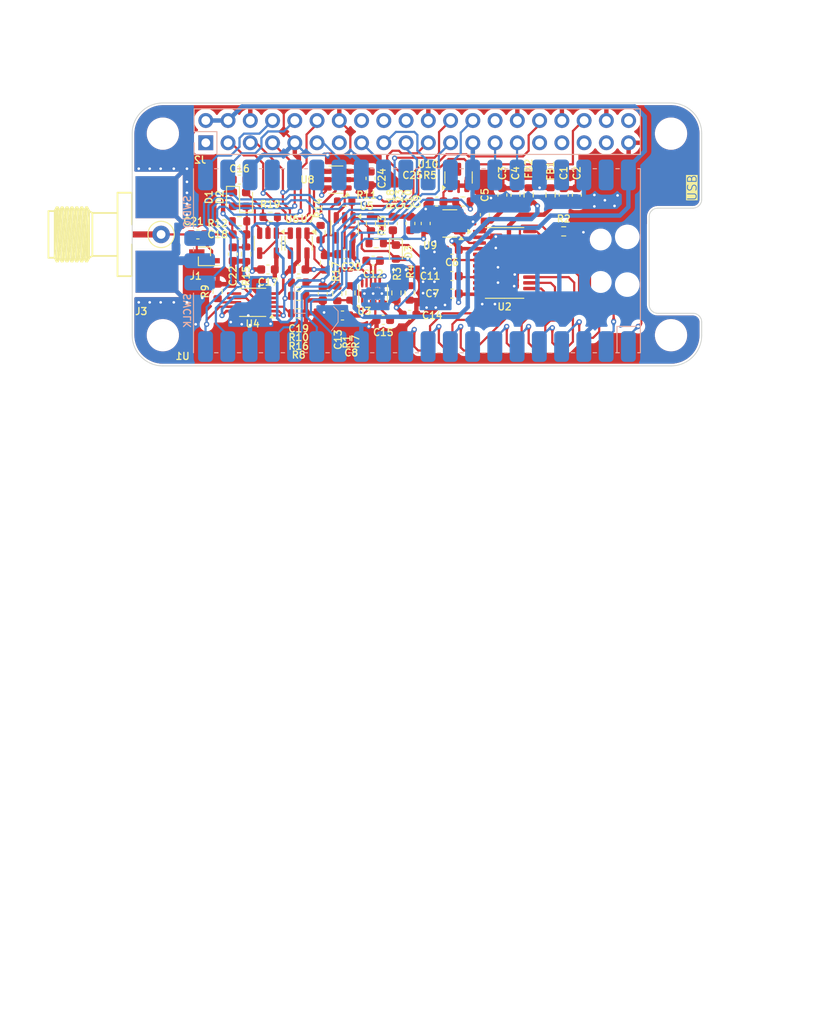
<source format=kicad_pcb>
(kicad_pcb (version 20240108) (generator "pcbnew") (generator_version "8.0")
  (layers (0 "F.Cu" signal) (31 "B.Cu" signal) (34 "B.Paste" user) (35 "F.Paste" user) (36 "B.SilkS" user "B.Silkscreen") (37 "F.SilkS" user "F.Silkscreen") (38 "B.Mask" user) (39 "F.Mask" user) (44 "Edge.Cuts" user))
  (net 0 "")
  (net 1 "Net-(U2-VRM)")
  (net 2 "SDA")
  (net 3 "+3.3V")
  (net 4 "SCL")
  (net 5 "+3.3VA")
  (net 6 "+5V")
  (net 7 "ADC_VREF")
  (net 8 "Net-(U3-C-)")
  (net 9 "Net-(U3-C+)")
  (net 10 "-3V3")
  (net 11 "GNDA")
  (net 12 "SPI_CLK")
  (net 13 "GPIO28_ADC2")
  (net 14 "TX")
  (net 15 "GPIO26_ADC0")
  (net 16 "GPIO27_ADC1")
  (net 17 "Net-(U2-PD)")
  (net 18 "ADC_CLK")
  (net 19 "GPIO2")
  (net 20 "GPIO7")
  (net 21 "GPIO5")
  (net 22 "GPIO3")
  (net 24 "GPIO1")
  (net 25 "GPIO6")
  (net 26 "GPIO0")
  (net 28 "GPIO4")
  (net 30 "GPIO25")
  (net 31 "RX")
  (net 32 "/DRVD")
  (net 33 "/VA")
  (net 34 "SPI_CS")
  (net 35 "Net-(U3-CP)")
  (net 36 "GPIO21")
  (net 37 "SPI_MO")
  (net 38 "SPI_MI")
  (net 39 "GPIO22")
  (net 40 "GPIO24")
  (net 42 "Net-(D1-A)")
  (net 43 "Net-(J1-Pin_1)")
  (net 45 "Net-(J1-Pin_2)")
  (net 50 "VIN")
  (net 54 "Net-(U10-K)")
  (net 55 "SEL1")
  (net 56 "SEL0")
  (net 57 "Net-(U3-FB+)")
  (net 58 "Net-(U3-FB-)")
  (net 59 "Net-(U4-D1)")
  (net 60 "Net-(U4-D2)")
  (net 61 "Net-(R10-Pad2)")
  (net 62 "Net-(U4-S1)")
  (net 63 "Net-(U5--)")
  (net 64 "Net-(R11-Pad1)")
  (net 65 "Net-(U6--)")
  (net 66 "A00")
  (net 67 "VREF")
  (net 69 "Net-(U5-+)")
  (footprint "Capacitor_SMD:C_0603_1608Metric" (layer "F.Cu") (at 125.91 86 180)
    (property "Reference" "C15")
    (property "Value" "4.7u")
  )
  (footprint "Diode_SMD:D_0603_1608Metric" (layer "F.Cu") (at 127.35 78.25 -90)
    (property "Reference" "D3")
    (property "Value" "D")
  )
  (footprint "Capacitor_SMD:C_0603_1608Metric" (layer "F.Cu") (at 119 83 -90)
    (property "Reference" "C13")
    (property "Value" "2.2u")
  )
  (footprint "Resistor_SMD:R_0603_1608Metric" (layer "F.Cu") (at 121.5 72.5 180)
    (property "Reference" "R11")
    (property "Value" "100")
  )
  (footprint "Capacitor_SMD:C_0603_1608Metric" (layer "F.Cu") (at 130.75 75 90)
    (property "Reference" "C9")
    (property "Value" "100n")
  )
  (footprint "Resistor_SMD:R_0603_1608Metric" (layer "F.Cu") (at 118.75 76.05 -90)
    (property "Reference" "R14")
    (property "Value" "100")
  )
  (footprint "Capacitor_SMD:C_0603_1608Metric" (layer "F.Cu") (at 141 71.75 90)
    (property "Reference" "C4")
    (property "Value" "22uF")
  )
  (footprint "Resistor_SMD:R_0603_1608Metric" (layer "F.Cu") (at 127.41 82.925 90)
    (property "Reference" "R3")
    (property "Value" "87k")
  )
  (footprint "Diode_SMD:D_0603_1608Metric" (layer "F.Cu") (at 110.25 72.25 90)
    (property "Reference" "D2")
    (property "Value" "D")
  )
  (footprint "Resistor_SMD:R_0603_1608Metric" (layer "F.Cu") (at 135 72.5)
    (property "Reference" "R5")
    (property "Value" "1k")
  )
  (footprint "MountingHole:MountingHole_3.2mm_M3" (layer "F.Cu") (at 158.75 87.75)
    (property "Reference" "REF**" (hide yes))
    (property "Value" "MountingHole_3.2mm_M3")
  )
  (footprint "Package_TO_SOT_SMD:SOT-23-6" (layer "F.Cu") (at 120.5 70 180)
    (property "Reference" "U8")
    (property "Value" "DAC5571")
  )
  (footprint "Diode_SMD:D_0603_1608Metric" (layer "F.Cu") (at 108.75 72.25 -90)
    (property "Reference" "D1")
    (property "Value" "D")
  )
  (footprint "Package_SON:WSON-12-1EP_3x2mm_P0.5mm_EP1x2.65_ThermalVias" (layer "F.Cu") (at 124.75 83 90)
    (property "Reference" "U3")
    (property "Value" "LM27762")
  )
  (footprint "Resistor_SMD:R_0603_1608Metric" (layer "F.Cu") (at 113 74.25)
    (property "Reference" "R19")
    (property "Value" "1k")
  )
  (footprint "TestPoint:TestPoint_Loop_D1.80mm_Drill1.0mm_Beaded" (layer "F.Cu") (at 100.55 76.25)
    (property "Reference" "REF**" (hide yes))
    (property "Value" "TestPoint_Loop_D1.80mm_Drill1.0mm_Beaded")
  )
  (footprint "ICTAMKY_V8:AMPHENOL_132357-11-MOD" (layer "F.Cu") (at 98.5 76.25)
    (property "Reference" "J3")
    (property "Value" "Conn_Coaxial" (hide yes))
  )
  (footprint "MountingHole:MountingHole_3.2mm_M3" (layer "F.Cu") (at 100.75 87.75)
    (property "Reference" "REF**" (hide yes))
    (property "Value" "MountingHole_3.2mm_M3")
  )
  (footprint "Package_SO:MSOP-10_3x3mm_P0.5mm" (layer "F.Cu") (at 111 84 180)
    (property "Reference" "U4")
    (property "Value" "ADG621")
  )
  (footprint "Capacitor_SMD:C_0603_1608Metric" (layer "F.Cu") (at 109.5 76.25)
    (property "Reference" "C18")
    (property "Value" "1p")
  )
  (footprint "Package_SO:TSSOP-24_4.4x7.8mm_P0.65mm" (layer "F.Cu") (at 139.75 79.5)
    (property "Reference" "U2")
    (property "Value" "ADC08100CIMTCX/NOPB(TSSOP-24)")
  )
  (footprint "Resistor_SMD:R_0603_1608Metric" (layer "F.Cu") (at 125.1 77.25)
    (property "Reference" "R13")
    (property "Value" "100")
  )
  (footprint "Capacitor_SMD:C_0603_1608Metric" (layer "F.Cu") (at 133.75 81 180)
    (property "Reference" "C11")
    (property "Value" "100nF")
  )
  (footprint "MountingHole:MountingHole_3.2mm_M3" (layer "F.Cu") (at 158.75 64.75)
    (property "Reference" "REF**" (hide yes))
    (property "Value" "MountingHole_3.2mm_M3")
  )
  (footprint "Package_TO_SOT_SMD:SOT-23" (layer "F.Cu") (at 134.5 69.75 90)
    (property "Reference" "U10")
    (property "Value" "LM4040DBZ-2.0")
  )
  (footprint "Capacitor_SMD:C_0603_1608Metric" (layer "F.Cu") (at 133.75 83 180)
    (property "Reference" "C7")
    (property "Value" "100nF")
  )
  (footprint "Resistor_SMD:R_0603_1608Metric" (layer "F.Cu") (at 116.25 85.25)
    (property "Reference" "R8")
    (property "Value" "47")
  )
  (footprint "Resistor_SMD:R_0603_1608Metric" (layer "F.Cu") (at 146.5 75.9)
    (property "Reference" "R2")
    (property "Value" "10K")
  )
  (footprint "Capacitor_SMD:C_0603_1608Metric" (layer "F.Cu") (at 148 71.75 90)
    (property "Reference" "C2")
    (property "Value" "100nF")
  )
  (footprint "Capacitor_SMD:C_0603_1608Metric" (layer "F.Cu") (at 127 75 90)
    (property "Reference" "C23")
    (property "Value" "160p")
  )
  (footprint "Resistor_SMD:R_0603_1608Metric" (layer "F.Cu") (at 109.5 74.75)
    (property "Reference" "R12")
    (property "Value" "680k")
  )
  (footprint "MountingHole:MountingHole_3.2mm_M3" (layer "F.Cu") (at 100.75 64.75)
    (property "Reference" "REF**" (hide yes))
    (property "Value" "MountingHole_3.2mm_M3")
  )
  (footprint "Capacitor_SMD:C_0603_1608Metric" (layer "F.Cu") (at 121.25 85.5 180)
    (property "Reference" "C8")
    (property "Value" "2.2u")
  )
  (footprint "Resistor_SMD:R_0603_1608Metric" (layer "F.Cu") (at 124.5 75 -90)
    (property "Reference" "R18")
    (property "Value" "1k")
  )
  (footprint "Capacitor_SMD:C_0603_1608Metric" (layer "F.Cu") (at 104.75 76.25)
    (property "Reference" "C21")
    (property "Value" "10n")
  )
  (footprint "Resistor_SMD:R_0603_1608Metric" (layer "F.Cu") (at 122.16 82.925 -90)
    (property "Reference" "R7")
    (property "Value" "50k")
  )
  (footprint "Capacitor_SMD:C_0603_1608Metric" (layer "F.Cu") (at 108.75 78.5 -90)
    (property "Reference" "C22")
    (property "Value" "6.8p")
  )
  (footprint "Capacitor_SMD:C_0603_1608Metric" (layer "F.Cu") (at 112.75 80.25 180)
    (property "Reference" "C17")
    (property "Value" "100n")
  )
  (footprint "Capacitor_SMD:C_0603_1608Metric" (layer "F.Cu") (at 121.5 78.5 180)
    (property "Reference" "C20")
    (property "Value" "100n")
  )
  (footprint "Capacitor_SMD:C_0603_1608Metric" (layer "F.Cu") (at 133.75 78 180)
    (property "Reference" "C6")
    (property "Value" "100nF")
  )
  (footprint "Resistor_SMD:R_0603_1608Metric" (layer "F.Cu") (at 107 82.75 90)
    (property "Reference" "R9")
    (property "Value" "100")
  )
  (footprint "Resistor_SMD:R_0603_1608Metric" (layer "F.Cu") (at 128.91 82.925 90)
    (property "Reference" "R4")
    (property "Value" "50k")
  )
  (footprint "Connector_PinHeader_1.00mm:PinHeader_1x02_P1.00mm_Vertical_SMD_Pin1Left" (layer "F.Cu") (at 105.5 78.75 180)
    (property "Reference" "J1")
    (property "Value" "Conn_01x02_Male")
  )
  (footprint "Capacitor_SMD:C_0603_1608Metric" (layer "F.Cu") (at 146.5 71.75 90)
    (property "Reference" "C1")
    (property "Value" "22uF")
  )
  (footprint "Capacitor_SMD:C_0603_1608Metric" (layer "F.Cu") (at 116.25 80.25 180)
    (property "Reference" "C19")
    (property "Value" "100n")
  )
  (footprint "Package_TO_SOT_SMD:SOT-23-5" (layer "F.Cu") (at 133.5 75 180)
    (property "Reference" "U9")
    (property "Value" "TLV271")
  )
  (footprint "Package_TO_SOT_SMD:SOT-23-5" (layer "F.Cu") (at 112.75 77.25 -90)
    (property "Reference" "U6")
    (property "Value" "TPH2501")
  )
  (footprint "Resistor_SMD:R_0603_1608Metric" (layer "F.Cu") (at 142.5 71.75 -90)
    (property "Reference" "FB2")
    (property "Value" "FerriteBead_Small")
  )
  (footprint "Resistor_SMD:R_0603_1608Metric" (layer "F.Cu") (at 119.25 79.5 -90)
    (property "Reference" "R17")
    (property "Value" "1k")
  )
  (footprint "Capacitor_SMD:C_0603_1608Metric" (layer "F.Cu") (at 129 75 90)
    (property "Reference" "C10")
    (property "Value" "1u")
  )
  (footprint "Capacitor_SMD:C_0603_1608Metric" (layer "F.Cu") (at 137.5 74 90)
    (property "Reference" "C5")
    (property "Value" "100nF")
  )
  (footprint "Resistor_SMD:R_0603_1608Metric" (layer "F.Cu") (at 145 71.75 -90)
    (property "Reference" "FB1")
    (property "Value" "FerriteBead_Small")
  )
  (footprint "Capacitor_SMD:C_0603_1608Metric" (layer "F.Cu") (at 109.5 70 180)
    (property "Reference" "C16")
    (property "Value" "100n")
  )
  (footprint "Resistor_SMD:R_0603_1608Metric" (layer "F.Cu") (at 116.25 81.75)
    (property "Reference" "R10")
    (property "Value" "680")
  )
  (footprint "Resistor_SMD:R_0603_1608Metric" (layer "F.Cu") (at 120.66 83 -90)
    (property "Reference" "R1")
    (property "Value" "87k")
  )
  (footprint "Capacitor_SMD:C_0603_1608Metric" (layer "F.Cu") (at 124.75 79.25)
    (property "Reference" "C12")
    (property "Value" "2.2u")
  )
  (footprint "Capacitor_SMD:C_0603_1608Metric" (layer "F.Cu") (at 132 72.5 180)
    (property "Reference" "C25")
    (property "Value" "100n")
  )
  (footprint "Capacitor_SMD:C_0603_1608Metric" (layer "F.Cu") (at 128.91 85.425)
    (property "Reference" "C14")
    (property "Value" "2.2u")
  )
  (footprint "Package_TO_SOT_SMD:SOT-23-5" (layer "F.Cu") (at 121.5 75.5 -90)
    (property "Reference" "U5")
    (property "Value" "OPA830")
  )
  (footprint "Capacitor_SMD:C_0603_1608Metric" (layer "F.Cu") (at 139.5 71.75 90)
    (property "Reference" "C3")
    (property "Value" "22uF")
  )
  (footprint "Resistor_SMD:R_0603_1608Metric" (layer "F.Cu") (at 116.25 83.25)
    (property "Reference" "R16")
    (property "Value" "100")
  )
  (footprint "Resistor_SMD:R_0603_1608Metric" (layer "F.Cu") (at 110.25 78.5 90)
    (property "Reference" "R15")
    (property "Value" "100k")
  )
  (footprint "Capacitor_SMD:C_0603_1608Metric" (layer "F.Cu") (at 124.45 69.85 -90)
    (property "Reference" "C24")
    (property "Value" "100n")
  )
  (footprint "Package_TO_SOT_SMD:SOT-23-5" (layer "F.Cu") (at 116.25 77.25 -90)
    (property "Reference" "U7")
    (property "Value" "LMH6629")
  )
  (footprint "Connector_PinSocket_2.54mm:PinSocket_2x20_P2.54mm_Vertical" (layer "B.Cu") (at 105.65 65.79 -90)
    (property "Reference" "J2")
    (property "Value" "Conn_02x20_Odd_Even")
  )
  (footprint "ICTAMKY_V8:RPi_Pico_SMD" (layer "B.Cu") (at 129.75 79.25 90)
    (property "Reference" "U1")
    (property "Value" "Pico")
  )
  (gr_line (start 120 87.25) (end 120.75 86.25) (stroke (width 0.1)) (layer "B.SilkS"))
  (gr_line (start 115.75 85.25) (end 115.75 82) (stroke (width 0.1)) (layer "B.SilkS"))
  (gr_line (start 120.75 86.25) (end 120.75 85) (stroke (width 0.1)) (layer "B.SilkS"))
  (gr_line (start 120.75 85) (end 120.25 84.5) (stroke (width 0.1)) (layer "B.SilkS"))
  (gr_line (start 117 85.25) (end 115.75 85.25) (stroke (width 0.1)) (layer "B.SilkS"))
  (gr_arc (start 162.249999 87.749999) (mid 161.224873 90.224873) (end 158.75 91.249999) (stroke (width 0.1)) (layer "Edge.Cuts"))
  (gr_line (start 158.75 91.25) (end 100.75 91.25) (stroke (width 0.1)) (layer "Edge.Cuts"))
  (gr_arc (start 156.25 74.25) (mid 156.542893 73.542893) (end 157.25 73.25) (stroke (width 0.1)) (layer "Edge.Cuts"))
  (gr_line (start 157.25 73.25) (end 161.25 73.25) (stroke (width 0.1)) (layer "Edge.Cuts"))
  (gr_arc (start 161.25 85.25) (mid 161.957107 85.542893) (end 162.25 86.25) (stroke (width 0.1)) (layer "Edge.Cuts"))
  (gr_line (start 97.25 87.75) (end 97.25 64.75) (stroke (width 0.1)) (layer "Edge.Cuts"))
  (gr_arc (start 158.749999 61.250001) (mid 161.224873 62.275127) (end 162.249999 64.75) (stroke (width 0.1)) (layer "Edge.Cuts"))
  (gr_line (start 156.25 84.25) (end 156.25 74.25) (stroke (width 0.1)) (layer "Edge.Cuts"))
  (gr_arc (start 162.25 72.25) (mid 161.957107 72.957107) (end 161.25 73.25) (stroke (width 0.1)) (layer "Edge.Cuts"))
  (gr_arc (start 157.25 85.25) (mid 156.542893 84.957107) (end 156.25 84.25) (stroke (width 0.1)) (layer "Edge.Cuts"))
  (gr_arc (start 97.250001 64.75) (mid 98.275127 62.275126) (end 100.75 61.25) (stroke (width 0.1)) (layer "Edge.Cuts"))
  (gr_line (start 100.75 61.25) (end 158.75 61.25) (stroke (width 0.1)) (layer "Edge.Cuts"))
  (gr_line (start 161.25 85.25) (end 157.25 85.25) (stroke (width 0.1)) (layer "Edge.Cuts"))
  (gr_arc (start 100.750001 91.249999) (mid 98.275127 90.224873) (end 97.250001 87.75) (stroke (width 0.1)) (layer "Edge.Cuts"))
  (gr_line (start 162.25 64.75) (end 162.25 72.25) (stroke (width 0.1)) (layer "Edge.Cuts"))
  (gr_line (start 162.25 86.25) (end 162.25 87.75) (stroke (width 0.1)) (layer "Edge.Cuts"))
  (gr_text "USB" (at 161.75 72.5 90) (layer "F.SilkS" knockout) (effects (font (size 1 1) (thickness 0.1)) (justify left bottom)))
  (segment (start 136.8875 81.125) (end 134.65 81.125) (width 0.25) (layer "F.Cu") (net 1))
  (segment (start 134.65 81.125) (end 134.525 81) (width 0.25) (layer "F.Cu") (net 1))
  (segment (start 114.75 73.75) (end 114.75 74.45) (width 0.25) (layer "F.Cu") (net 2))
  (segment (start 118 74) (end 118 70.5) (width 0.25) (layer "F.Cu") (net 2))
  (segment (start 111.275 67.225) (end 109.975 67.225) (width 0.25) (layer "F.Cu") (net 2))
  (segment (start 118 70.5) (end 118.5 70) (width 0.25) (layer "F.Cu") (net 2))
  (segment (start 109.975 67.225) (end 108.54 65.79) (width 0.25) (layer "F.Cu") (net 2))
  (segment (start 112.2 71.55) (end 112.55 71.55) (width 0.25) (layer "F.Cu") (net 2))
  (segment (start 115.25 74.95) (end 117.05 74.95) (width 0.25) (layer "F.Cu") (net 2))
  (segment (start 108.54 65.79) (end 108.19 65.79) (width 0.25) (layer "F.Cu") (net 2))
  (segment (start 112.55 71.55) (end 114.75 73.75) (width 0.25) (layer "F.Cu") (net 2))
  (segment (start 112.2 71.55) (end 112.2 68.15) (width 0.25) (layer "F.Cu") (net 2))
  (segment (start 114.75 74.45) (end 115.25 74.95) (width 0.25) (layer "F.Cu") (net 2))
  (segment (start 112.2 68.15) (end 111.275 67.225) (width 0.25) (layer "F.Cu") (net 2))
  (segment (start 118.5 70) (end 119.3625 70) (width 0.25) (layer "F.Cu") (net 2))
  (segment (start 117.05 74.95) (end 118 74) (width 0.25) (layer "F.Cu") (net 2))
  (via (at 112.2 71.55) (size 0.6) (drill 0.3) (layers "F.Cu" "B.Cu") (net 2))
  (segment (start 112.2 71.55) (end 112.2 71.4) (width 0.25) (layer "B.Cu") (net 2))
  (segment (start 112.2 71.4) (end 113.24 70.36) (width 0.25) (layer "B.Cu") (net 2))
  (segment (start 142.5 70.925) (end 145 70.925) (width 0.5) (layer "F.Cu") (net 3))
  (via (at 143.75 70.925) (size 0.6) (drill 0.3) (layers "F.Cu" "B.Cu") (net 3))
  (segment (start 143.75 70.39) (end 143.72 70.36) (width 0.5) (layer "B.Cu") (net 3))
  (segment (start 143.75 70.925) (end 143.75 70.39) (width 0.5) (layer "B.Cu") (net 3))
  (segment (start 115.75 74.45) (end 116.842894 74.45) (width 0.25) (layer "F.Cu") (net 4))
  (segment (start 116.842894 74.45) (end 117.5 73.792894) (width 0.25) (layer "F.Cu") (net 4))
  (segment (start 114.45 68.85) (end 111.39 65.79) (width 0.25) (layer "F.Cu") (net 4))
  (segment (start 114.45 72.65) (end 115.25 73.45) (width 0.25) (layer "F.Cu") (net 4))
  (segment (start 115.25 73.45) (end 115.25 73.95) (width 0.25) (layer "F.Cu") (net 4))
  (segment (start 117.5 69.75) (end 118.2 69.05) (width 0.25) (layer "F.Cu") (net 4))
  (segment (start 115.25 73.95) (end 115.75 74.45) (width 0.25) (layer "F.Cu") (net 4))
  (segment (start 114.45 71.45) (end 114.45 68.85) (width 0.25) (layer "F.Cu") (net 4))
  (segment (start 117.5 73.792894) (end 117.5 69.75) (width 0.25) (layer "F.Cu") (net 4))
  (segment (start 118.2 69.05) (end 119.3625 69.05) (width 0.25) (layer "F.Cu") (net 4))
  (segment (start 111.39 65.79) (end 110.73 65.79) (width 0.25) (layer "F.Cu") (net 4))
  (segment (start 114.45 71.45) (end 114.45 72.65) (width 0.25) (layer "F.Cu") (net 4))
  (via (at 114.45 71.45) (size 0.6) (drill 0.3) (layers "F.Cu" "B.Cu") (net 4))
  (segment (start 115.78 70.47) (end 115.78 70.36) (width 0.25) (layer "B.Cu") (net 4))
  (segment (start 114.45 71.45) (end 114.8 71.45) (width 0.25) (layer "B.Cu") (net 4))
  (segment (start 114.8 71.45) (end 115.78 70.47) (width 0.25) (layer "B.Cu") (net 4))
  (segment (start 107.975 71.45) (end 108.7375 71.45) (width 0.5) (layer "F.Cu") (net 5))
  (segment (start 131.25 75.95) (end 132.3625 75.95) (width 0.5) (layer "F.Cu") (net 5))
  (segment (start 119 82.225) (end 119 81.5) (width 0.5) (layer "F.Cu") (net 5))
  (segment (start 122.95 80) (end 122.7 80.25) (width 0.25) (layer "F.Cu") (net 5))
  (segment (start 108.725 70) (end 108.725 71.4375) (width 0.5) (layer "F.Cu") (net 5))
  (segment (start 113.525 80.25) (end 113.7 80.075) (width 0.5) (layer "F.Cu") (net 5))
  (segment (start 124.425 69.05) (end 124.45 69.075) (width 0.25) (layer "F.Cu") (net 5))
  (segment (start 108.7375 71.45) (end 108.75 71.4625) (width 0.5) (layer "F.Cu") (net 5))
  (segment (start 120.45 69.424828) (end 120.824828 69.05) (width 0.3) (layer "F.Cu") (net 5))
  (segment (start 131.075 75.775) (end 131.25 75.95) (width 0.5) (layer "F.Cu") (net 5))
  (segment (start 122.45 76.6375) (end 122.45 78.325) (width 0.5) (layer "F.Cu") (net 5))
  (segment (start 122.95 79.3) (end 122.275 78.625) (width 0.5) (layer "F.Cu") (net 5))
  (segment (start 130.75 75.775) (end 130.5 76.025) (width 0.25) (layer "F.Cu") (net 5))
  (segment (start 129 75.775) (end 130.75 75.775) (width 0.5) (layer "F.Cu") (net 5))
  (segment (start 122.7 80.25) (end 122.65 80.25) (width 0.25) (layer "F.Cu") (net 5))
  (segment (start 122.275 78.625) (end 122.275 78.5) (width 0.25) (layer "F.Cu") (net 5))
  (segment (start 122.95 79.3) (end 122.95 80) (width 0.25) (layer "F.Cu") (net 5))
  (segment (start 130.75 75.775) (end 131.075 75.775) (width 0.5) (layer "F.Cu") (net 5))
  (segment (start 108.8875 85) (end 108 85) (width 0.3) (layer "F.Cu") (net 5))
  (segment (start 135.825 73.325) (end 135.825 72.5) (width 0.5) (layer "F.Cu") (net 5))
  (segment (start 117.025 80.25) (end 118 80.25) (width 0.5) (layer "F.Cu") (net 5))
  (segment (start 117.025 80.25) (end 117.2 80.075) (width 0.5) (layer "F.Cu") (net 5))
  (segment (start 121 80.25) (end 120.66 80.59) (width 0.5) (layer "F.Cu") (net 5))
  (segment (start 120.61 82.225) (end 120.66 82.175) (width 0.25) (layer "F.Cu") (net 5))
  (segment (start 120.45 71.3) (end 120.45 69.424828) (width 0.3) (layer "F.Cu") (net 5))
  (segment (start 108.725 71.4375) (end 108.75 71.4625) (width 0.25) (layer "F.Cu") (net 5))
  (segment (start 122.95 80) (end 122.95 80.25) (width 0.25) (layer "F.Cu") (net 5))
  (segment (start 122.65 80.25) (end 122.25 80.25) (width 0.25) (layer "F.Cu") (net 5))
  (segment (start 123.5 80.25) (end 123.25 80.25) (width 0.25) (layer "F.Cu") (net 5))
  (segment (start 113.525 78.5625) (end 113.7 78.3875) (width 0.25) (layer "F.Cu") (net 5))
  (segment (start 121.6375 69.05) (end 124.425 69.05) (width 0.5) (layer "F.Cu") (net 5))
  (segment (start 113.7 80.075) (end 113.7 78.3875) (width 0.5) (layer "F.Cu") (net 5))
  (segment (start 119 82.225) (end 120.61 82.225) (width 0.5) (layer "F.Cu") (net 5))
  (segment (start 118.8 74.15) (end 118.8 72.95) (width 0.3) (layer "F.Cu") (net 5))
  (segment (start 118.8 72.95) (end 120.45 71.3) (width 0.3) (layer "F.Cu") (net 5))
  (segment (start 123.25 80.25) (end 122.65 80.25) (width 0.25) (layer "F.Cu") (net 5))
  (segment (start 117.2 80.075) (end 117.2 78.3875) (width 0.5) (layer "F.Cu") (net 5))
  (segment (start 108 85) (end 107.5 85.5) (width 0.3) (layer "F.Cu") (net 5))
  (segment (start 135.85 73.35) (end 135.825 73.325) (width 0.5) (layer "F.Cu") (net 5))
  (segment (start 120.66 80.59) (end 120.66 82.175) (width 0.5) (layer "F.Cu") (net 5))
  (segment (start 130.5 76.025) (end 130.5 76.75) (width 0.5) (layer "F.Cu") (net 5))
  (segment (start 122.25 80.25) (end 121 80.25) (width 0.5) (layer "F.Cu") (net 5))
  (segment (start 124 82.05) (end 124 80.75) (width 0.25) (layer "F.Cu") (net 5))
  (segment (start 123.2 80.25) (end 123.25 80.25) (width 0.25) (layer "F.Cu") (net 5))
  (segment (start 120.824828 69.05) (end 121.6375 69.05) (width 0.3) (layer "F.Cu") (net 5))
  (segment (start 124 80.75) (end 123.5 80.25) (width 0.25) (layer "F.Cu") (net 5))
  (segment (start 113.525 80.25) (end 113.525 81.475) (width 0.5) (layer "F.Cu") (net 5))
  (segment (start 122.95 80) (end 123.2 80.25) (width 0.25) (layer "F.Cu") (net 5))
  (segment (start 107.625 71.8) (end 107.975 71.45) (width 0.5) (layer "F.Cu") (net 5))
  (segment (start 122.45 78.325) (end 122.275 78.5) (width 0.25) (layer "F.Cu") (net 5))
  (segment (start 113.525 81.475) (end 113.5 81.5) (width 0.3) (layer "F.Cu") (net 5))
  (segment (start 107.625 73.875) (end 107.625 71.8) (width 0.5) (layer "F.Cu") (net 5))
  (via (at 118 80.25) (size 0.6) (drill 0.3) (layers "F.Cu" "B.Cu") (net 5))
  (via (at 122.95 79.3) (size 0.6) (drill 0.3) (layers "F.Cu" "B.Cu") (net 5))
  (via (at 107.5 85.5) (size 0.6) (drill 0.3) (layers "F.Cu" "B.Cu") (net 5))
  (via (at 135.85 73.35) (size 0.6) (drill 0.3) (layers "F.Cu" "B.Cu") (net 5))
  (via (at 119 81.5) (size 0.6) (drill 0.3) (layers "F.Cu" "B.Cu") (net 5))
  (via (at 107.625 73.875) (size 0.6) (drill 0.3) (layers "F.Cu" "B.Cu") (net 5))
  (via (at 113.5 81.5) (size 0.6) (drill 0.3) (layers "F.Cu" "B.Cu") (net 5))
  (via (at 118.8 74.15) (size 0.6) (drill 0.3) (layers "F.Cu" "B.Cu") (net 5))
  (via (at 130.5 76.75) (size 0.6) (drill 0.3) (layers "F.Cu" "B.Cu") (net 5))
  (segment (start 128.35 76.3) (end 128.35 76.35) (width 0.25) (layer "B.Cu") (net 5))
  (segment (start 110.75 81.5) (end 110.75 81.95) (width 0.3) (layer "B.Cu") (net 5))
  (segment (start 110.75 81.15) (end 110.75 81.5) (width 0.3) (layer "B.Cu") (net 5))
  (segment (start 134.8 72.3) (end 130.45 72.3) (width 0.25) (layer "B.Cu") (net 5))
  (segment (start 113.8 85.8) (end 113.8 81.8) (width 0.3) (layer "B.Cu") (net 5))
  (segment (start 110.15 83.35) (end 108.9 83.35) (width 0.3) (layer "B.Cu") (net 5))
  (segment (start 135.85 73.35) (end 134.8 72.3) (width 0.25) (layer "B.Cu") (net 5))
  (segment (start 110 76.25) (end 107.625 73.875) (width 0.3) (layer "B.Cu") (net 5))
  (segment (start 119.65 79.85) (end 119.65 80.2) (width 0.3) (layer "B.Cu") (net 5))
  (segment (start 113.15 81.15) (end 111 81.15) (width 0.3) (layer "B.Cu") (net 5))
  (segment (start 128.75 76.75) (end 128.95 76.75) (width 0.25) (layer "B.Cu") (net 5))
  (segment (start 119.65 80.85) (end 119.65 80.65) (width 0.3) (layer "B.Cu") (net 5))
  (segment (start 128.35 76.35) (end 127.95 76.75) (width 0.25) (layer "B.Cu") (net 5))
  (segment (start 122.95 77.6) (end 123.8 76.75) (width 0.25) (layer "B.Cu") (net 5))
  (segment (start 119.65 75) (end 119.65 79.85) (width 0.3) (layer "B.Cu") (net 5))
  (segment (start 119.25 80.25) (end 119.6 80.25) (width 0.3) (layer "B.Cu") (net 5))
  (segment (start 110.25 81.15) (end 110 80.9) (width 0.3) (layer "B.Cu") (net 5))
  (segment (start 110.75 81.4) (end 110.5 81.15) (width 0.3) (layer "B.Cu") (net 5))
  (segment (start 119.65 80.2) (end 119.65 80.65) (width 0.3) (layer "B.Cu") (net 5))
  (segment (start 123.8 76.75) (end 127.8 76.75) (width 0.25) (layer "B.Cu") (net 5))
  (segment (start 119.25 80.25) (end 119.65 79.85) (width 0.3) (layer "B.Cu") (net 5))
  (segment (start 128.35 76.75) (end 128.35 76.3) (width 0.25) (layer "B.Cu") (net 5))
  (segment (start 110.5 81.15) (end 110.25 81.15) (width 0.3) (layer "B.Cu") (net 5))
  (segment (start 115.45 82.3) (end 115.45 85.8) (width 0.3) (layer "B.Cu") (net 5))
  (segment (start 119 81.5) (end 116.25 81.5) (width 0.3) (layer "B.Cu") (net 5))
  (segment (start 127.95 76.75) (end 127.8 76.75) (width 0.25) (layer "B.Cu") (net 5))
  (segment (start 110.75 81.5) (end 110.75 81.4) (width 0.3) (layer "B.Cu") (net 5))
  (segment (start 110.75 82.75) (end 110.15 83.35) (width 0.3) (layer "B.Cu") (net 5))
  (segment (start 128.35 76.75) (end 128.75 76.75) (width 0.25) (layer "B.Cu") (net 5))
  (segment (start 114.25 86.25) (end 113.8 85.8) (width 0.3) (layer "B.Cu") (net 5))
  (segment (start 110.75 81.95) (end 110.75 82.75) (width 0.3) (layer "B.Cu") (net 5))
  (segment (start 115 86.25) (end 114.25 86.25) (width 0.3) (layer "B.Cu") (net 5))
  (segment (start 110.75 81.4) (end 111 81.15) (width 0.3) (layer "B.Cu") (net 5))
  (segment (start 116.25 81.5) (end 115.45 82.3) (width 0.3) (layer "B.Cu") (net 5))
  (segment (start 115.45 85.8) (end 115 86.25) (width 0.3) (layer "B.Cu") (net 5))
  (segment (start 122.95 79.3) (end 122.95 77.6) (width 0.25) (layer "B.Cu") (net 5))
  (segment (start 111 81.15) (end 110.5 81.15) (width 0.3) (layer "B.Cu") (net 5))
  (segment (start 127.8 76.75) (end 128.35 76.75) (width 0.25) (layer "B.Cu") (net 5))
  (segment (start 119.6 80.25) (end 119.65 80.2) (width 0.3) (layer "B.Cu") (net 5))
  (segment (start 130.45 72.3) (end 128.35 74.4) (width 0.25) (layer "B.Cu") (net 5))
  (segment (start 113.5 81.5) (end 113.15 81.15) (width 0.3) (layer "B.Cu") (net 5))
  (segment (start 113.8 81.8) (end 113.5 81.5) (width 0.3) (layer "B.Cu") (net 5))
  (segment (start 119.25 80.25) (end 119.65 80.65) (width 0.3) (layer "B.Cu") (net 5))
  (segment (start 110 80.9) (end 110 76.25) (width 0.3) (layer "B.Cu") (net 5))
  (segment (start 108.9 83.35) (end 107.5 84.75) (width 0.3) (layer "B.Cu") (net 5))
  (segment (start 118 80.25) (end 119.25 80.25) (width 0.3) (layer "B.Cu") (net 5))
  (segment (start 118.8 74.15) (end 119.65 75) (width 0.3) (layer "B.Cu") (net 5))
  (segment (start 128.35 76.35) (end 128.75 76.75) (width 0.25) (layer "B.Cu") (net 5))
  (segment (start 107.5 84.75) (end 107.5 85.5) (width 0.3) (layer "B.Cu") (net 5))
  (segment (start 128.75 76.75) (end 130.5 76.75) (width 0.25) (layer "B.Cu") (net 5))
  (segment (start 119 81.5) (end 119.65 80.85) (width 0.3) (layer "B.Cu") (net 5))
  (segment (start 128.35 74.4) (end 128.35 76.3) (width 0.25) (layer "B.Cu") (net 5))
  (segment (start 125.75 81) (end 126 81) (width 0.3) (layer "F.Cu") (net 6))
  (segment (start 123.5 82.05) (end 123.5 81.5) (width 0.3) (layer "F.Cu") (net 6))
  (segment (start 125.5 81.25) (end 125.75 81) (width 0.3) (layer "F.Cu") (net 6))
  (segment (start 123.5 81.5) (end 123.25 81.25) (width 0.3) (layer "F.Cu") (net 6))
  (segment (start 125.5 82.05) (end 125.5 81.25) (width 0.3) (layer "F.Cu") (net 6))
  (segment (start 124.5 84.5) (end 123.5 85.5) (width 0.25) (layer "F.Cu") (net 6))
  (segment (start 124.5 83.95) (end 124.5 84.5) (width 0.25) (layer "F.Cu") (net 6))
  (segment (start 123.5 85.5) (end 122.025 85.5) (width 0.5) (layer "F.Cu") (net 6))
  (via (at 123.5 85.5) (size 0.6) (drill 0.3) (layers "F.Cu" "B.Cu") (net 6))
  (via (at 123.25 81.25) (size 0.6) (drill 0.3) (layers "F.Cu" "B.Cu") (net 6))
  (via (at 126 81) (size 0.6) (drill 0.3) (layers "F.Cu" "B.Cu") (net 6))
  (segment (start 145 74.1) (end 152.9 74.1) (width 0.5) (layer "B.Cu") (net 6))
  (segment (start 153.88 70.36) (end 153.88 68.62) (width 0.5) (layer "B.Cu") (net 6))
  (segment (start 138.5 75.45) (end 138.55 75.5) (width 0.5) (layer "B.Cu") (net 6))
  (segment (start 154.6 61.65) (end 109.79 61.65) (width 0.5) (layer "B.Cu") (net 6))
  (segment (start 155.75 62.8) (end 154.6 61.65) (width 0.5) (layer "B.Cu") (net 6))
  (segment (start 105.65 63.25) (end 108.19 63.25) (width 0.5) (layer "B.Cu") (net 6))
  (segment (start 134.45 85.65) (end 135.55 84.55) (width 0.5) (layer "B.Cu") (net 6))
  (segment (start 123.25 81.25) (end 123.5 81) (width 0.5) (layer "B.Cu") (net 6))
  (segment (start 153.88 68.62) (end 155.75 66.75) (width 0.5) (layer "B.Cu") (net 6))
  (segment (start 138.55 75.5) (end 143.6 75.5) (width 0.5) (layer "B.Cu") (net 6))
  (segment (start 123.65 85.65) (end 134.45 85.65) (width 0.5) (layer "B.Cu") (net 6))
  (segment (start 135.55 78.4) (end 138.5 75.45) (width 0.5) (layer "B.Cu") (net 6))
  (segment (start 155.75 66.75) (end 155.75 62.8) (width 0.5) (layer "B.Cu") (net 6))
  (segment (start 153.88 73.12) (end 153.88 70.36) (width 0.5) (layer "B.Cu") (net 6))
  (segment (start 152.9 74.1) (end 153.88 73.12) (width 0.5) (layer "B.Cu") (net 6))
  (segment (start 109.79 61.65) (end 108.19 63.25) (width 0.5) (layer "B.Cu") (net 6))
  (segment (start 122.65 84.65) (end 123.5 85.5) (width 0.5) (layer "B.Cu") (net 6))
  (segment (start 122.65 81.85) (end 122.65 84.65) (width 0.5) (layer "B.Cu") (net 6))
  (segment (start 123.25 81.25) (end 122.65 81.85) (width 0.5) (layer "B.Cu") (net 6))
  (segment (start 123.5 81) (end 126 81) (width 0.5) (layer "B.Cu") (net 6))
  (segment (start 135.55 84.55) (end 135.55 78.4) (width 0.5) (layer "B.Cu") (net 6))
  (segment (start 143.6 75.5) (end 145 74.1) (width 0.5) (layer "B.Cu") (net 6))
  (segment (start 123.5 85.5) (end 123.65 85.65) (width 0.5) (layer "B.Cu") (net 6))
  (segment (start 141.18 70.36) (end 141.18 65.82) (width 0.25) (layer "B.Cu") (net 7))
  (segment (start 141.18 65.82) (end 141.21 65.79) (width 0.25) (layer "B.Cu") (net 7))
  (segment (start 125 79.775) (end 125.525 79.25) (width 0.25) (layer "F.Cu") (net 8))
  (segment (start 125 82.05) (end 125 79.775) (width 0.25) (layer "F.Cu") (net 8))
  (segment (start 124.5 79.775) (end 123.975 79.25) (width 0.25) (layer "F.Cu") (net 9))
  (segment (start 124.5 82.05) (end 124.5 79.775) (width 0.25) (layer "F.Cu") (net 9))
  (segment (start 119.375 78.55) (end 120.675 78.55) (width 0.5) (layer "F.Cu") (net 10))
  (segment (start 121.5 75.45) (end 121.5 75.7) (width 0.25) (layer "F.Cu") (net 10))
  (segment (start 121.5 75.7) (end 121.5 77.725) (width 0.25) (layer "F.Cu") (net 10))
  (segment (start 128.135 85.425) (end 128.135 85.285) (width 0.5) (layer "F.Cu") (net 10))
  (segment (start 121.5 74.3625) (end 121.5 75.25) (width 0.25) (layer "F.Cu") (net 10))
  (segment (start 116.25 79.25) (end 116.25 76.1125) (width 0.5) (layer "F.Cu") (net 10))
  (segment (start 126 83.95) (end 127.21 83.95) (width 0.25) (layer "F.Cu") (net 10))
  (segment (start 121.75 75.45) (end 121.5 75.7) (width 0.25) (layer "F.Cu") (net 10))
  (segment (start 128.7 79) (end 128.6625 79.0375) (width 0.25) (layer "F.Cu") (net 10))
  (segment (start 112.175 74.25) (end 112.175 73.3875) (width 0.25) (layer "F.Cu") (net 10))
  (segment (start 123.75 78.15) (end 126.4625 78.15) (width 0.25) (layer "F.Cu") (net 10))
  (segment (start 112.75 75) (end 112.75 74.825) (width 0.3) (layer "F.Cu") (net 10))
  (segment (start 112.75 76.1125) (end 112.75 74.825) (width 0.3) (layer "F.Cu") (net 10))
  (segment (start 119.25 78.675) (end 119.25 78.3) (width 0.5) (layer "F.Cu") (net 10))
  (segment (start 114 83) (end 114.5 82.5) (width 0.3) (layer "F.Cu") (net 10))
  (segment (start 123.45 76.05) (end 123.45 77.85) (width 0.25) (layer "F.Cu") (net 10))
  (segment (start 112.75 74.825) (end 112.175 74.25) (width 0.3) (layer "F.Cu") (net 10))
  (segment (start 115.475 80.025) (end 116.25 79.25) (width 0.5) (layer "F.Cu") (net 10))
  (segment (start 121.5 75.45) (end 121.8 75.45) (width 0.25) (layer "F.Cu") (net 10))
  (segment (start 119.25 78.675) (end 119.375 78.55) (width 0.25) (layer "F.Cu") (net 10))
  (segment (start 127.41 84.56) (end 127.41 83.75) (width 0.5) (layer "F.Cu") (net 10))
  (segment (start 124.4 74.175) (end 124.5 74.175) (width 0.25) (layer "F.Cu") (net 10))
  (segment (start 111.975 80.25) (end 111.15 80.25) (width 0.5) (layer "F.Cu") (net 10))
  (segment (start 113.1125 83) (end 114 83) (width 0.3) (layer "F.Cu") (net 10))
  (segment (start 121.5 77.725) (end 120.725 78.5) (width 0.25) (layer "F.Cu") (net 10))
  (segment (start 125.125 74.175) (end 124.5 74.175) (width 0.5) (layer "F.Cu") (net 10))
  (segment (start 111.15 80.25) (end 110.95 80.45) (width 0.5) (layer "F.Cu") (net 10))
  (segment (start 120.675 78.55) (end 120.725 78.5) (width 0.25) (layer "F.Cu") (net 10))
  (segment (start 121.8 75.45) (end 121.75 75.45) (width 0.25) (layer "F.Cu") (net 10))
  (segment (start 126.4625 78.15) (end 127.35 79.0375) (width 0.25) (layer "F.Cu") (net 10))
  (segment (start 128.135 85.285) (end 127.41 84.56) (width 0.5) (layer "F.Cu") (net 10))
  (segment (start 122.85 75.45) (end 123.45 76.05) (width 0.25) (layer "F.Cu") (net 10))
  (segment (start 125.7 74.75) (end 125.125 74.175) (width 0.5) (layer "F.Cu") (net 10))
  (segment (start 121.8 75.45) (end 121.7 75.45) (width 0.25) (layer "F.Cu") (net 10))
  (segment (start 123.45 77.85) (end 123.75 78.15) (width 0.25) (layer "F.Cu") (net 10))
  (segment (start 128.6625 79.0375) (end 127.35 79.0375) (width 0.5) (layer "F.Cu") (net 10))
  (segment (start 112.175 73.3875) (end 110.25 71.4625) (width 0.25) (layer "F.Cu") (net 10))
  (segment (start 121.7 75.45) (end 121.5 75.25) (width 0.25) (layer "F.Cu") (net 10))
  (segment (start 115.475 80.25) (end 115.25 80.25) (width 0.3) (layer "F.Cu") (net 10))
  (segment (start 124.325 74.25) (end 124.4 74.175) (width 0.25) (layer "F.Cu") (net 10))
  (segment (start 114.5 82.5) (end 114.5 81) (width 0.3) (layer "F.Cu") (net 10))
  (segment (start 110.275 71.4375) (end 110.25 71.4625) (width 0.25) (layer "F.Cu") (net 10))
  (segment (start 127.21 83.95) (end 127.41 83.75) (width 0.25) (layer "F.Cu") (net 10))
  (segment (start 121.8 75.45) (end 122.85 75.45) (width 0.25) (layer "F.Cu") (net 10))
  (segment (start 125.7 76.05) (end 125.7 74.75) (width 0.5) (layer "F.Cu") (net 10))
  (segment (start 110.275 70) (end 110.275 71.4375) (width 0.5) (layer "F.Cu") (net 10))
  (segment (start 115.25 80.25) (end 114.5 81) (width 0.5) (layer "F.Cu") (net 10))
  (segment (start 119.25 78.3) (end 118.8 77.85) (width 0.5) (layer "F.Cu") (net 10))
  (segment (start 115.475 80.25) (end 115.475 80.025) (width 0.25) (layer "F.Cu") (net 10))
  (segment (start 121.5 75.25) (end 121.5 75.45) (width 0.25) (layer "F.Cu") (net 10))
  (via (at 127.41 84.6) (size 0.6) (drill 0.3) (layers "F.Cu" "B.Cu") (net 10))
  (via (at 125.7 76.05) (size 0.6) (drill 0.3) (layers "F.Cu" "B.Cu") (net 10))
  (via (at 114.5 81) (size 0.6) (drill 0.3) (layers "F.Cu" "B.Cu") (net 10))
  (via (at 112.75 75) (size 0.6) (drill 0.3) (layers "F.Cu" "B.Cu") (net 10))
  (via (at 118.8 77.85) (size 0.6) (drill 0.3) (layers "F.Cu" "B.Cu") (net 10))
  (via (at 110.95 80.45) (size 0.6) (drill 0.3) (layers "F.Cu" "B.Cu") (net 10))
  (via (at 128.7 79) (size 0.6) (drill 0.3) (layers "F.Cu" "B.Cu") (net 10))
  (segment (start 113.75 75.35) (end 114.1 75) (width 0.3) (layer "B.Cu") (net 10))
  (segment (start 123.15 76.05) (end 125.7 76.05) (width 0.25) (layer "B.Cu") (net 10))
  (segment (start 113.4 75) (end 113.25 75) (width 0.3) (layer "B.Cu") (net 10))
  (segment (start 110.95 80.45) (end 110.95 75.45) (width 0.3) (layer "B.Cu") (net 10))
  (segment (start 114.1 75) (end 114.25 75) (width 0.3) (layer "B.Cu") (net 10))
  (segment (start 124.4 79) (end 123.3 80.1) (width 0.25) (layer "B.Cu") (net 10))
  (segment (start 113.75 75.45) (end 113.75 78.25) (width 0.3) (layer "B.Cu") (net 10))
  (segment (start 113.75 78.25) (end 114.5 79) (width 0.3) (layer "B.Cu") (net 10))
  (segment (start 118.8 76.1) (end 118.8 77.85) (width 0.3) (layer "B.Cu") (net 10))
  (segment (start 113.75 75.45) (end 113.75 75.35) (width 0.3) (layer "B.Cu") (net 10))
  (segment (start 123.3 80.1) (end 122.6 80.1) (width 0.25) (layer "B.Cu") (net 10))
  (segment (start 113.75 75.35) (end 113.4 75) (width 0.3) (layer "B.Cu") (net 10))
  (segment (start 113.75 75) (end 113.75 75.45) (width 0.3) (layer "B.Cu") (net 10))
  (segment (start 112.75 75) (end 113.25 75) (width 0.3) (layer "B.Cu") (net 10))
  (segment (start 111.4 75) (end 112.75 75) (width 0.3) (layer "B.Cu") (net 10))
  (segment (start 129.45 79.75) (end 128.7 79) (width 0.25) (layer "B.Cu") (net 10))
  (segment (start 117.7 75) (end 118.8 76.1) (width 0.3) (layer "B.Cu") (net 10))
  (segment (start 127.41 84.74) (end 129.45 82.7) (width 0.25) (layer "B.Cu") (net 10))
  (segment (start 114.25 75) (end 117.7 75) (width 0.3) (layer "B.Cu") (net 10))
  (segment (start 129.45 82.7) (end 129.45 79.75) (width 0.25) (layer "B.Cu") (net 10))
  (segment (start 114.5 79) (end 114.5 81) (width 0.3) (layer "B.Cu") (net 10))
  (segment (start 110.95 75.45) (end 111.4 75) (width 0.3) (layer "B.Cu") (net 10))
  (segment (start 122.6 80.1) (end 122.15 79.65) (width 0.25) (layer "B.Cu") (net 10))
  (segment (start 122.15 77.05) (end 123.15 76.05) (width 0.25) (layer "B.Cu") (net 10))
  (segment (start 122.15 79.65) (end 122.15 77.05) (width 0.25) (layer "B.Cu") (net 10))
  (segment (start 128.7 79) (end 124.4 79) (width 0.25) (layer "B.Cu") (net 10))
  (segment (start 114 75) (end 114.25 75) (width 0.3) (layer "B.Cu") (net 10))
  (segment (start 113.25 75) (end 114 75) (width 0.3) (layer "B.Cu") (net 10))
  (segment (start 136.8875 76.575) (end 138.675 76.575) (width 0.4) (layer "F.Cu") (net 11))
  (segment (start 138.675 76.575) (end 138.75 76.5) (width 0.5) (layer "F.Cu") (net 11))
  (segment (start 110.25 79.7) (end 109.35 80.6) (width 0.5) (layer "F.Cu") (net 11))
  (segment (start 123.5 83.95) (end 123.5 83.25) (width 0.25) (layer "F.Cu") (net 11))
  (segment (start 136.15 74.8) (end 135.95 75) (width 0.5) (layer "F.Cu") (net 11))
  (segment (start 138.75 81.775) (end 138.975 81.775) (width 0.5) (layer "F.Cu") (net 11))
  (segment (start 122.15 64.51) (end 120.89 63.25) (width 0.25) (layer "F.Cu") (net 11))
  (segment (start 131.75 83) (end 132.975 83) (width 0.5) (layer "F.Cu") (net 11))
  (segment (start 110.95 81.85) (end 110.35 81.25) (width 0.3) (layer "F.Cu") (net 11))
  (segment (start 138.525 78.525) (end 139 79) (width 0.5) (layer "F.Cu") (net 11))
  (segment (start 108.075 81.925) (end 108.75 81.25) (width 0.5) (layer "F.Cu") (net 11))
  (segment (start 114.55 64.45) (end 114.55 61.85) (width 0.25) (layer "F.Cu") (net 11))
  (segment (start 123.06 83) (end 122.16 82.1) (width 0.5) (layer "F.Cu") (net 11))
  (segment (start 117.075 83.25) (end 117.075 84) (width 0.5) (layer "F.Cu") (net 11))
  (segment (start 108.75 79.275) (end 110.2 79.275) (width 0.5) (layer "F.Cu") (net 11))
  (segment (start 117.3 83.775) (end 117.075 84) (width 0.5) (layer "F.Cu") (net 11))
  (segment (start 136.15 74.45) (end 137.375 73.225) (width 0.5) (layer "F.Cu") (net 11))
  (segment (start 136.15 74.8) (end 136.15 74.45) (width 0.5) (layer "F.Cu") (net 11))
  (segment (start 110.95 82.45) (end 110.95 81.85) (width 0.3) (layer "F.Cu") (net 11))
  (segment (start 122.95 70) (end 123.15 70.2) (width 0.5) (layer "F.Cu") (net 11))
  (segment (start 123.5 83.25) (end 123.75 83) (width 0.5) (layer "F.Cu") (net 11))
  (segment (start 137.375 73.225) (end 137.5 73.225) (width 0.5) (layer "F.Cu") (net 11))
  (segment (start 130.75 74.225) (end 130.75 73.5) (width 0.5) (layer "F.Cu") (net 11))
  (segment (start 141.260788 80.475) (end 140.910787 80.825001) (width 0.4) (layer "F.Cu") (net 11))
  (segment (start 110.25 79.325) (end 110.25 79.7) (width 0.5) (layer "F.Cu") (net 11))
  (segment (start 119 83.775) (end 117.3 83.775) (width 0.5) (layer "F.Cu") (net 11))
  (segment (start 122.15 66.9) (end 122.15 64.51) (width 0.25) (layer "F.Cu") (net 11))
  (segment (start 107 81.925) (end 108.075 81.925) (width 0.5) (layer "F.Cu") (net 11))
  (segment (start 115.81 65.79) (end 115.81 65.71) (width 0.25) (layer "F.Cu") (net 11))
  (segment (start 138.825 79.825) (end 139 80) (width 0.5) (layer "F.Cu") (net 11))
  (segment (start 137.5 73.225) (end 137.5 72.8) (width 0.5) (layer "F.Cu") (net 11))
  (segment (start 132.975 81) (end 132.975 83) (width 0.5) (layer "F.Cu") (net 11))
  (segment (start 115.81 65.71) (end 114.55 64.45) (width 0.25) (layer "F.Cu") (net 11))
  (segment (start 148.65 75.9) (end 148.75 76) (width 0.5) (layer "F.Cu") (net 11))
  (segment (start 131 83.75) (end 129.75 83.75) (width 0.5) (layer "F.Cu") (net 11))
  (segment (start 138.975 81.775) (end 139 81.75) (width 0.5) (layer "F.Cu") (net 11))
  (segment (start 135.95 75) (end 134.6375 75) (width 0.5) (layer "F.Cu") (net 11))
  (segment (start 124.75 83) (end 123.06 83) (width 0.5) (layer "F.Cu") (net 11))
  (segment (start 128.91 83.75) (end 129.75 83.75) (width 0.5) (layer "F.Cu") (net 11))
  (segment (start 125 83.95) (end 125 85.865) (width 0.25) (layer "F.Cu") (net 11))
  (segment (start 132.975 78) (end 132 78) (width 0.5) (layer "F.Cu") (net 11))
  (segment (start 131.75 83) (end 131 83.75) (width 0.5) (layer "F.Cu") (net 11))
  (segment (start 117.075 84) (end 117.075 85.25) (width 0.5) (layer "F.Cu") (net 11))
  (segment (start 113.1125 83.5) (end 112 83.5) (width 0.3) (layer "F.Cu") (net 11))
  (segment (start 130.75 74.225) (end 129 74.225) (width 0.5) (layer "F.Cu") (net 11))
  (segment (start 139 79) (end 139 80) (width 0.5) (layer "F.Cu") (net 11))
  (segment (start 132 78) (end 131.75 78.25) (width 0.5) (layer "F.Cu") (net 11))
  (segment (start 108.75 81.25) (end 108.75 79.275) (width 0.5) (layer "F.Cu") (net 11))
  (segment (start 112 83.5) (end 110.95 82.45) (width 0.3) (layer "F.Cu") (net 11))
  (segment (start 125 86) (end 124.25 86.75) (width 0.5) (layer "F.Cu") (net 11))
  (segment (start 136.8875 82.425) (end 138.325 82.425) (width 0.4) (layer "F.Cu") (net 11))
  (segment (start 125.135 86) (end 125 86) (width 0.25) (layer "F.Cu") (net 11))
  (segment (start 129.685 85.465) (end 128.05 87.1) (width 0.5) (layer "F.Cu") (net 11))
  (segment (start 129.685 85.425) (end 129.685 85.465) (width 0.5) (layer "F.Cu") (net 11))
  (segment (start 136.8875 80.475) (end 138.525 80.475) (width 0.4) (layer "F.Cu") (net 11))
  (segment (start 138.325 82.425) (end 139 81.75) (width 0.5) (layer "F.Cu") (net 11))
  (segment (start 110.2 79.275) (end 110.25 79.325) (width 0.5) (layer "F.Cu") (net 11))
  (segment (start 125 85.865) (end 125.135 86) (width 0.25) (layer "F.Cu") (net 11))
  (segment (start 130.75 73.5) (end 130.75 72.75) (width 0.5) (layer "F.Cu") (net 11))
  (segment (start 142.6125 80.475) (end 141.260788 80.475) (width 0.4) (layer "F.Cu") (net 11))
  (segment (start 110.35 81.25) (end 108.75 81.25) (width 0.3) (layer "F.Cu") (net 11))
  (segment (start 130.75 72.75) (end 131 72.5) (width 0.5) (layer "F.Cu") (net 11))
  (segment (start 129 74.225) (end 127 74.225) (width 0.5) (layer "F.Cu") (net 11))
  (segment (start 136.8875 79.825) (end 138.825 79.825) (width 0.4) (layer "F.Cu") (net 11))
  (segment (start 129.685 85.425) (end 129.685 83.815) (width 0.5) (layer "F.Cu") (net 11))
  (segment (start 121.6375 70) (end 122.95 70) (width 0.5) (layer "F.Cu") (net 11))
  (segment (start 136.8875 81.775) (end 138.75 81.775) (width 0.4) (layer "F.Cu") (net 11))
  (segment (start 138.525 80.475) (end 139 80) (width 0.5) (layer "F.Cu") (net 11))
  (segment (start 122.25 67) (end 122.15 66.9) (width 0.25) (layer "F.Cu") (net 11))
  (segment (start 129.685 83.815) (end 129.75 83.75) (width 0.5) (layer "F.Cu") (net 11))
  (segment (start 131 72.5) (end 131.225 72.5) (width 0.5) (layer "F.Cu") (net 11))
  (segment (start 136.8875 78.525) (end 138.525 78.525) (width 0.4) (layer "F.Cu") (net 11))
  (via (at 130.45 81.65) (size 0.6) (drill 0.3) (layers "F.Cu" "B.Cu") (net 11))
  (via (at 136.15 74.8) (size 0.6) (drill 0.3) (layers "F.Cu" "B.Cu") (net 11))
  (via (at 138.75 76.5) (size 0.6) (drill 0.3) (layers "F.Cu" "B.Cu") (net 11))
  (via (at 131.8 77.05) (size 0.6) (drill 0.3) (layers "F.Cu" "B.Cu") (net 11))
  (via (at 130.45 82.95) (size 0.6) (drill 0.3) (layers "F.Cu" "B.Cu") (net 11))
  (via (at 103.5 70.25) (size 0.6) (drill 0.3) (layers "F.Cu" "B.Cu") (net 11))
  (via (at 103.5 84) (size 0.6) (drill 0.3) (layers "F.Cu" "B.Cu") (net 11))
  (via (at 130.45 80.1) (size 0.6) (drill 0.3) (layers "F.Cu" "B.Cu") (net 11))
  (via (at 102 84) (size 0.6) (drill 0.3) (layers "F.Cu" "B.Cu") (net 11))
  (via (at 102 68.75) (size 0.6) (drill 0.3) (layers "F.Cu" "B.Cu") (net 11))
  (via (at 119.55 67.2) (size 0.6) (drill 0.3) (layers "F.Cu" "B.Cu") (net 11))
  (via (at 110.5 85.5) (size 0.6) (drill 0.3) (layers "F.Cu" "B.Cu") (net 11))
  (via (at 131.75 81.65) (size 0.6) (drill 0.3) (layers "F.Cu" "B.Cu") (net 11))
  (via (at 131.75 83) (size 0.6) (drill 0.3) (layers "F.Cu" "B.Cu") (net 11))
  (via (at 139 81.75) (size 0.6) (drill 0.3) (layers "F.Cu" "B.Cu") (net 11))
  (via (at 131.9 84.6) (size 0.6) (drill 0.3) (layers "F.Cu" "B.Cu") (net 11))
  (via (at 103.5 72.75) (size 0.6) (drill 0.3) (layers "F.Cu" "B.Cu") (net 11))
  (via (at 138.65 84.2) (size 0.6) (drill 0.3) (layers "F.Cu" "B.Cu") (net 11))
  (via (at 151.2 72.35) (size 0.6) (drill 0.3) (layers "F.Cu" "B.Cu") (net 11))
  (via (at 109.75 86.5) (size 0.6) (drill 0.3) (layers "F.Cu" "B.Cu") (net 11))
  (via (at 150 71.75) (size 0.6) (drill 0.3) (layers "F.Cu" "B.Cu") (net 11))
  (via (at 139 80) (size 0.6) (drill 0.3) (layers "F.Cu" "B.Cu") (net 11))
  (via (at 130.75 73.35) (size 0.6) (drill 0.3) (layers "F.Cu" "B.Cu") (net 11))
  (via (at 105.25 83.5) (size 0.6) (drill 0.3) (layers "F.Cu" "B.Cu") (net 11))
  (via (at 140.85 82.15) (size 0.6) (drill 0.3) (layers "F.Cu" "B.Cu") (net 11))
  (via (at 100.5 68.75) (size 0.6) (drill 0.3) (layers "F.Cu" "B.Cu") (net 11))
  (via (at 132.95 84.3) (size 0.6) (drill 0.3) (layers "F.Cu" "B.Cu") (net 11))
  (via (at 104.5 86.5) (size 0.6) (drill 0.3) (layers "F.Cu" "B.Cu") (net 11))
  (via (at 103.5 74) (size 0.6) (drill 0.3) (layers "F.Cu" "B.Cu") (net 11))
  (via (at 131.75 80.15) (size 0.6) (drill 0.3) (layers "F.Cu" "B.Cu") (net 11))
  (via (at 137.2 84.2) (size 0.6) (drill 0.3) (layers "F.Cu" "B.Cu") (net 11))
  (via (at 110.7 86.6) (size 0.6) (drill 0.3) (layers "F.Cu" "B.Cu") (net 11))
  (via (at 138.75 77.8) (size 0.6) (drill 0.3) (layers "F.Cu" "B.Cu") (net 11))
  (via (at 148.75 76) (size 0.6) (drill 0.3) (layers "F.Cu" "B.Cu") (net 11))
  (via (at 99.25 68.75) (size 0.6) (drill 0.3) (layers "F.Cu" "B.Cu") (net 11))
  (via (at 140.910787 80.825001) (size 0.6) (drill 0.3) (layers "F.Cu" "B.Cu") (net 11))
  (via (at 150 73.05) (size 0.6) (drill 0.3) (layers "F.Cu" "B.Cu") (net 11))
  (via (at 128.5 80.3) (size 0.6) (drill 0.3) (layers "F.Cu" "B.Cu") (net 11))
  (via (at 124.25 86.75) (size 0.6) (drill 0.3) (layers "F.Cu" "B.Cu") (net 11))
  (via (at 127.05 80.3) (size 0.6) (drill 0.3) (layers "F.Cu" "B.Cu") (net 11))
  (via (at 113.05 86.45) (size 0.6) (drill 0.3) (layers "F.Cu" "B.Cu") (net 11))
  (via (at 152.65 71.8) (size 0.6) (drill 0.3) (layers "F.Cu" "B.Cu") (net 11))
  (via (at 131.75 78.25) (size 0.6) (drill 0.3) (layers "F.Cu" "B.Cu") (net 11))
  (via (at 130.8 77.85) (size 0.6) (drill 0.3) (layers "F.Cu" "B.Cu") (net 11))
  (via (at 130.85 84.6) (size 0.6) (drill 0.3) (layers "F.Cu" "B.Cu") (net 11))
  (via (at 111.75 82.15) (size 0.6) (drill 0.3) (layers "F.Cu" "B.Cu") (net 11))
  (via (at 100.5 84) (size 0.6) (drill 0.3) (layers "F.Cu" "B.Cu") (net 11))
  (via (at 122.25 67) (size 0.6) (drill 0.3) (layers "F.Cu" "B.Cu") (net 11))
  (via (at 119.15 85.15) (size 0.6) (drill 0.3) (layers "F.Cu" "B.Cu") (net 11))
  (via (at 108.5 86.25) (size 0.6) (drill 0.3) (layers "F.Cu" "B.Cu") (net 11))
  (via (at 103.5 68.75) (size 0.6) (drill 0.3) (layers "F.Cu" "B.Cu") (net 11))
  (via (at 138.2 72.1) (size 0.6) (drill 0.3) (layers "F.Cu" "B.Cu") (net 11))
  (via (at 98 84) (size 0.6) (drill 0.3) (layers "F.Cu" "B.Cu") (net 11))
  (via (at 99.25 84) (size 0.6) (drill 0.3) (layers "F.Cu" "B.Cu") (net 11))
  (via (at 152.3 73) (size 0.6) (drill 0.3) (layers "F.Cu" "B.Cu") (net 11))
  (via (at 103.5 71.5) (size 0.6) (drill 0.3) (layers "F.Cu" "B.Cu") (net 11))
  (via (at 98 68.75) (size 0.6) (drill 0.3) (layers "F.Cu" "B.Cu") (net 11))
  (segment (start 110.7 68.65) (end 112.15 67.2) (width 0.5) (layer "B.Cu") (net 11))
  (segment (start 125.8 83.6) (end 125.8 82) (width 0.5) (layer "B.Cu") (net 11))
  (segment (start 136.13 70.33) (end 136.1 70.36) (width 0.5) (layer "B.Cu") (net 11))
  (segment (start 102.25 78.325) (end 100.075 80.5) (width 1) (layer "B.Cu") (net 11))
  (segment (start 148.8 87.7) (end 150.75 85.75) (width 0.5) (layer "B.Cu") (net 11))
  (segment (start 125.8 84.55) (end 125.8 82.95) (width 0.5) (layer "B.Cu") (net 11))
  (segment (start 136.13 65.79) (end 136.13 70.33) (width 0.5) (layer "B.Cu") (net 11))
  (segment (start 123.4 88.14) (end 123.4 87.6) (width 0.5) (layer "B.Cu") (net 11))
  (segment (start 123.9 84.45) (end 123.9 82.85) (width 0.5) (layer "B.Cu") (net 11))
  (segment (start 117.22 67.2) (end 115.81 65.79) (width 0.25) (layer "B.Cu") (net 11))
  (segment (start 112.15 67.2) (end 114.4 67.2) (width 0.5) (layer "B.Cu") (net 11))
  (segment (start 123.4 68.15) (end 122.25 67) (width 0.5) (layer "B.Cu") (net 11))
  (segment (start 119.55 67.2) (end 117.22 67.2) (width 0.25) (layer "B.Cu") (net 11))
  (segment (start 114.4 67.2) (end 115.81 65.79) (width 0.5) (layer "B.Cu") (net 11))
  (segment (start 105.85 79.25) (end 101.325 79.25) (width 1) (layer "B.Cu") (net 11))
  (segment (start 110.7 88.14) (end 110.7 86.6) (width 0.5) (layer "B.Cu") (net 11))
  (segment (start 110.7 70.36) (end 110.7 68.65) (width 0.5) (layer "B.Cu") (net 11))
  (segment (start 102.25 77.4875) (end 102.25 78.325) (width 1) (layer "B.Cu") (net 11))
  (segment (start 123.4 70.36) (end 123.4 68.15) (width 0.5) (layer "B.Cu") (net 11))
  (segment (start 101.325 79.25) (end 100.075 80.5) (width 0.5) (layer "B.Cu") (net 11))
  (segment (start 124.75 82) (end 126.35 82) (width 0.5) (layer "B.Cu") (net 11))
  (segment (start 148.8 88.14) (end 148.8 87.7) (width 0.5) (layer "B.Cu") (net 11))
  (segment (start 131.85 71.65) (end 132.25 71.25) (width 0.25) (layer "B.Cu") (net 12))
  (segment (start 120.2 83.7) (end 121.7 82.2) (width 0.25) (layer "B.Cu") (net 12))
  (segment (start 120.86 88.14) (end 120.64 88.14) (width 0.25) (layer "B.Cu") (net 12))
  (segment (start 123.25 75) (end 127 75) (width 0.25) (layer "B.Cu") (net 12))
  (segment (start 119.25 86.75) (end 117.65 85.15) (width 0.25) (layer "B.Cu") (net 12))
  (segment (start 121.7 76.55) (end 123.25 75) (width 0.25) (layer "B.Cu") (net 12))
  (segment (start 132.25 67.13) (end 133.59 65.79) (width 0.25) (layer "B.Cu") (net 12))
  (segment (start 117.65 85.15) (end 117.65 84) (width 0.25) (layer "B.Cu") (net 12))
  (segment (start 117.65 84) (end 117.95 83.7) (width 0.25) (layer "B.Cu") (net 12))
  (segment (start 132.25 71.25) (end 132.25 67.13) (width 0.25) (layer "B.Cu") (net 12))
  (segment (start 130.35 71.65) (end 131.85 71.65) (width 0.25) (layer "B.Cu") (net 12))
  (segment (start 117.95 83.7) (end 120.2 83.7) (width 0.25) (layer "B.Cu") (net 12))
  (segment (start 120.64 88.14) (end 119.25 86.75) (width 0.25) (layer "B.Cu") (net 12))
  (segment (start 121.7 82.2) (end 121.7 76.55) (width 0.25) (layer "B.Cu") (net 12))
  (segment (start 127 75) (end 130.35 71.65) (width 0.25) (layer "B.Cu") (net 12))
  (segment (start 138.67 65.79) (end 138.67 70.33) (width 0.25) (layer "B.Cu") (net 13))
  (segment (start 138.67 70.33) (end 138.64 70.36) (width 0.25) (layer "B.Cu") (net 13))
  (segment (start 109.5 65.25) (end 110 64.75) (width 0.25) (layer "B.Cu") (net 14))
  (segment (start 109.5 66.25) (end 109.5 65.25) (width 0.25) (layer "B.Cu") (net 14))
  (segment (start 105.62 70.36) (end 105.62 68.63) (width 0.25) (layer "B.Cu") (net 14))
  (segment (start 105.62 68.63) (end 107 67.25) (width 0.25) (layer "B.Cu") (net 14))
  (segment (start 111.77 64.75) (end 113.27 63.25) (width 0.25) (layer "B.Cu") (net 14))
  (segment (start 110 64.75) (end 111.77 64.75) (width 0.25) (layer "B.Cu") (net 14))
  (segment (start 107 67.25) (end 108.5 67.25) (width 0.25) (layer "B.Cu") (net 14))
  (segment (start 108.5 67.25) (end 109.5 66.25) (width 0.25) (layer "B.Cu") (net 14))
  (segment (start 131.02 70.36) (end 131.02 67.92) (width 0.25) (layer "B.Cu") (net 15))
  (segment (start 129.45 64.55) (end 127.35 64.55) (width 0.25) (layer "B.Cu") (net 15))
  (segment (start 129.8 66.7) (end 129.8 64.9) (width 0.25) (layer "B.Cu") (net 15))
  (segment (start 131.02 67.92) (end 129.8 66.7) (width 0.25) (layer "B.Cu") (net 15))
  (segment (start 126.11 65.79) (end 125.97 65.79) (width 0.25) (layer "B.Cu") (net 15))
  (segment (start 129.8 64.9) (end 129.45 64.55) (width 0.25) (layer "B.Cu") (net 15))
  (segment (start 127.35 64.55) (end 126.11 65.79) (width 0.25) (layer "B.Cu") (net 15))
  (segment (start 134.75 64.63) (end 136.13 63.25) (width 0.25) (layer "B.Cu") (net 16))
  (segment (start 133.56 70.36) (end 133.56 68.19) (width 0.25) (layer "B.Cu") (net 16))
  (segment (start 133.56 68.19) (end 134.75 67) (width 0.25) (layer "B.Cu") (net 16))
  (segment (start 134.75 67) (end 134.75 64.63) (width 0.25) (layer "B.Cu") (net 16))
  (segment (start 144 75.25) (end 144.65 75.9) (width 0.25) (layer "F.Cu") (net 17))
  (segment (start 144.65 75.9) (end 145.675 75.9) (width 0.25) (layer "F.Cu") (net 17))
  (segment (start 141.5 75.5) (end 141.75 75.25) (width 0.25) (layer "F.Cu") (net 17))
  (segment (start 142.6125 76.575) (end 141.825 76.575) (width 0.25) (layer "F.Cu") (net 17))
  (segment (start 141.75 75.25) (end 144 75.25) (width 0.25) (layer "F.Cu") (net 17))
  (segment (start 141.5 76.25) (end 141.5 75.5) (width 0.25) (layer "F.Cu") (net 17))
  (segment (start 141.825 76.575) (end 141.5 76.25) (width 0.25) (layer "F.Cu") (net 17))
  (segment (start 142.6125 75.925) (end 143.425 75.925) (width 0.25) (layer "F.Cu") (net 18))
  (segment (start 155.35 81.3) (end 155.35 86.4) (width 0.25) (layer "F.Cu") (net 18))
  (segment (start 143.425 75.925) (end 145.75 78.25) (width 0.25) (layer "F.Cu") (net 18))
  (segment (start 145.75 78.25) (end 152.3 78.25) (width 0.25) (layer "F.Cu") (net 18))
  (segment (start 152.3 78.25) (end 155.35 81.3) (width 0.25) (layer "F.Cu") (net 18))
  (segment (start 155.35 86.4) (end 155 86.75) (width 0.25) (layer "F.Cu") (net 18))
  (via (at 155 86.75) (size 0.6) (drill 0.3) (layers "F.Cu" "B.Cu") (net 18))
  (segment (start 153.88 87.87) (end 153.88 88.14) (width 0.25) (layer "B.Cu") (net 18))
  (segment (start 155 86.75) (end 153.88 87.87) (width 0.25) (layer "B.Cu") (net 18))
  (segment (start 147.55 85.625) (end 149 84.175) (width 0.25) (layer "F.Cu") (net 19))
  (segment (start 147.55 88.5) (end 147.55 85.625) (width 0.25) (layer "F.Cu") (net 19))
  (segment (start 143.65 78.525) (end 142.6125 78.525) (width 0.25) (layer "F.Cu") (net 19))
  (segment (start 145.2 88.6) (end 145.75 89.15) (width 0.25) (layer "F.Cu") (net 19))
  (segment (start 149 80.35) (end 148.4 79.75) (width 0.25) (layer "F.Cu") (net 19))
  (segment (start 149 84.175) (end 149 80.35) (width 0.25) (layer "F.Cu") (net 19))
  (segment (start 145.75 89.15) (end 146.9 89.15) (width 0.25) (layer "F.Cu") (net 19))
  (segment (start 144.875 79.75) (end 143.65 78.525) (width 0.25) (layer "F.Cu") (net 19))
  (segment (start 148.4 79.75) (end 144.875 79.75) (width 0.25) (layer "F.Cu") (net 19))
  (segment (start 145.2 86.9) (end 145.2 88.6) (width 0.25) (layer "F.Cu") (net 19))
  (segment (start 146.9 89.15) (end 147.55 88.5) (width 0.25) (layer "F.Cu") (net 19))
  (via (at 145.2 86.9) (size 0.6) (drill 0.3) (layers "F.Cu" "B.Cu") (net 19))
  (segment (start 144.96 86.9) (end 143.72 88.14) (width 0.25) (layer "B.Cu") (net 19))
  (segment (start 145.2 86.9) (end 144.96 86.9) (width 0.25) (layer "B.Cu") (net 19))
  (segment (start 130.436242 88.371031) (end 130.436242 88.251031) (width 0.25) (layer "F.Cu") (net 20))
  (segment (start 131.25 87.286031) (end 131.25 87.051031) (width 0.25) (layer "F.Cu") (net 20))
  (segment (start 139.025 85.25) (end 141.2 83.075) (width 0.25) (layer "F.Cu") (net 20))
  (segment (start 141.2 83.075) (end 142.6125 83.075) (width 0.25) (layer "F.Cu") (net 20))
  (segment (start 131.01 88.011031) (end 131.25 88.011031) (width 0.25) (layer "F.Cu") (net 20))
  (segment (start 131.5 87.886031) (end 131.5 87.536031) (width 0.25) (layer "F.Cu") (net 20))
  (segment (start 131.25 86.7) (end 131.671826 86.278174) (width 0.25) (layer "F.Cu") (net 20))
  (segment (start 131.01 88.611031) (end 130.676242 88.611031) (width 0.25) (layer "F.Cu") (net 20))
  (segment (start 131.25 87.051031) (end 131.25 86.7) (width 0.25) (layer "F.Cu") (net 20))
  (segment (start 129.45 89.05) (end 129.9 89.5) (width 0.25) (layer "F.Cu") (net 20))
  (segment (start 129.45 87.1) (end 129.45 89.05) (width 0.25) (layer "F.Cu") (net 20))
  (segment (start 129.9 89.5) (end 130.9 89.5) (width 0.25) (layer "F.Cu") (net 20))
  (segment (start 131.671826 86.278174) (end 132.7 85.25) (width 0.25) (layer "F.Cu") (net 20))
  (segment (start 130.9 89.5) (end 131.25 89.15) (width 0.25) (layer "F.Cu") (net 20))
  (segment (start 130.676242 88.011031) (end 131.01 88.011031) (width 0.25) (layer "F.Cu") (net 20))
  (segment (start 131.25 89.15) (end 131.25 88.851031) (width 0.25) (layer "F.Cu") (net 20))
  (segment (start 131.25 88.011031) (end 131.375 88.011031) (width 0.25) (layer "F.Cu") (net 20))
  (segment (start 132.7 85.25) (end 139.025 85.25) (width 0.25) (layer "F.Cu") (net 20))
  (via (at 129.45 87.1) (size 0.6) (drill 0.3) (layers "F.Cu" "B.Cu") (net 20))
  (arc (start 130.676242 88.611031) (mid 130.506536 88.540737) (end 130.436242 88.371031) (width 0.25) (layer "F.Cu") (net 20))
  (arc (start 131.5 87.536031) (mid 131.463388 87.447643) (end 131.375 87.411031) (width 0.25) (layer "F.Cu") (net 20))
  (arc (start 131.25 88.851031) (mid 131.179706 88.681325) (end 131.01 88.611031) (width 0.25) (layer "F.Cu") (net 20))
  (arc (start 131.375 88.011031) (mid 131.463388 87.974419) (end 131.5 87.886031) (width 0.25) (layer "F.Cu") (net 20))
  (arc (start 131.375 87.411031) (mid 131.286612 87.374419) (end 131.25 87.286031) (width 0.25) (layer "F.Cu") (net 20))
  (arc (start 130.436242 88.251031) (mid 130.506536 88.081325) (end 130.676242 88.011031) (width 0.25) (layer "F.Cu") (net 20))
  (segment (start 129.45 87.1) (end 128.48 88.07) (width 0.25) (layer "B.Cu") (net 20))
  (segment (start 128.48 88.07) (end 128.48 88.14) (width 0.25) (layer "B.Cu") (net 20))
  (segment (start 140.65 85.075) (end 144.675 85.075) (width 0.25) (layer "F.Cu") (net 21))
  (segment (start 145.025 81.775) (end 142.6125 81.775) (width 0.25) (layer "F.Cu") (net 21))
  (segment (start 135.1 89.5) (end 136.225 89.5) (width 0.25) (layer "F.Cu") (net 21))
  (segment (start 136.225 89.5) (end 140.65 85.075) (width 0.25) (layer "F.Cu") (net 21))
  (segment (start 144.675 85.075) (end 145.5 84.25) (width 0.25) (layer "F.Cu") (net 21))
  (segment (start 145.5 82.25) (end 145.025 81.775) (width 0.25) (layer "F.Cu") (net 21))
  (segment (start 145.5 84.25) (end 145.5 82.25) (width 0.25) (layer "F.Cu") (net 21))
  (segment (start 134.75 86.75) (end 134.75 89.15) (width 0.25) (layer "F.Cu") (net 21))
  (segment (start 134.75 89.15) (end 135.1 89.5) (width 0.25) (layer "F.Cu") (net 21))
  (via (at 134.75 86.75) (size 0.6) (drill 0.3) (layers "F.Cu" "B.Cu") (net 21))
  (segment (start 133.56 87.94) (end 133.56 88.14) (width 0.25) (layer "B.Cu") (net 21))
  (segment (start 134.75 86.75) (end 133.56 87.94) (width 0.25) (layer "B.Cu") (net 21))
  (segment (start 143.8 89.25) (end 144.4 88.65) (width 0.25) (layer "F.Cu") (net 22))
  (segment (start 144.625 80.25) (end 143.55 79.175) (width 0.25) (layer "F.Cu") (net 22))
  (segment (start 142.5 86.75) (end 142.5 88.65) (width 0.25) (layer "F.Cu") (net 22))
  (segment (start 147.5 80.25) (end 144.625 80.25) (width 0.25) (layer "F.Cu") (net 22))
  (segment (start 146.025 86.075) (end 148.25 83.85) (width 0.25) (layer "F.Cu") (net 22))
  (segment (start 144.4 86.65) (end 144.975 86.075) (width 0.25) (layer "F.Cu") (net 22))
  (segment (start 142.5 88.65) (end 143.1 89.25) (width 0.25) (layer "F.Cu") (net 22))
  (segment (start 143.1 89.25) (end 143.8 89.25) (width 0.25) (layer "F.Cu") (net 22))
  (segment (start 148.25 83.85) (end 148.25 81) (width 0.25) (layer "F.Cu") (net 22))
  (segment (start 143.55 79.175) (end 142.6125 79.175) (width 0.25) (layer "F.Cu") (net 22))
  (segment (start 148.25 81) (end 147.5 80.25) (width 0.25) (layer "F.Cu") (net 22))
  (segment (start 144.975 86.075) (end 146.025 86.075) (width 0.25) (layer "F.Cu") (net 22))
  (segment (start 144.4 88.65) (end 144.4 86.65) (width 0.25) (layer "F.Cu") (net 22))
  (via (at 142.5 86.75) (size 0.6) (drill 0.3) (layers "F.Cu" "B.Cu") (net 22))
  (segment (start 141.18 88.07) (end 141.18 88.14) (width 0.25) (layer "B.Cu") (net 22))
  (segment (start 142.5 86.75) (end 141.18 88.07) (width 0.25) (layer "B.Cu") (net 22))
  (segment (start 150.55 83.85) (end 149.5 82.8) (width 0.25) (layer "F.Cu") (net 24))
  (segment (start 145.25 79.25) (end 143.875 77.875) (width 0.25) (layer "F.Cu") (net 24))
  (segment (start 148.275 86.225) (end 148.275 87.525) (width 0.25) (layer "F.Cu") (net 24))
  (segment (start 148.7 79.25) (end 145.25 79.25) (width 0.25) (layer "F.Cu") (net 24))
  (segment (start 150.55 87.35) (end 150.55 83.85) (width 0.25) (layer "F.Cu") (net 24))
  (segment (start 148.8 88.05) (end 149.85 88.05) (width 0.25) (layer "F.Cu") (net 24))
  (segment (start 149.85 88.05) (end 150.55 87.35) (width 0.25) (layer "F.Cu") (net 24))
  (segment (start 149.5 80.05) (end 148.7 79.25) (width 0.25) (layer "F.Cu") (net 24))
  (segment (start 143.875 77.875) (end 142.6125 77.875) (width 0.25) (layer "F.Cu") (net 24))
  (segment (start 149.5 82.8) (end 149.5 80.05) (width 0.25) (layer "F.Cu") (net 24))
  (segment (start 148.275 87.525) (end 148.8 88.05) (width 0.25) (layer "F.Cu") (net 24))
  (via (at 148.275 86.225) (size 0.6) (drill 0.3) (layers "F.Cu" "B.Cu") (net 24))
  (segment (start 148.175 86.225) (end 146.26 88.14) (width 0.25) (layer "B.Cu") (net 24))
  (segment (start 148.275 86.225) (end 148.175 86.225) (width 0.25) (layer "B.Cu") (net 24))
  (segment (start 143.675 84.575) (end 144.25 84) (width 0.25) (layer "F.Cu") (net 25))
  (segment (start 132.25 86.75) (end 132.25 88.6) (width 0.25) (layer "F.Cu") (net 25))
  (segment (start 140.425 84.575) (end 143.675 84.575) (width 0.25) (layer "F.Cu") (net 25))
  (segment (start 133.4 89.15) (end 133.8 88.75) (width 0.25) (layer "F.Cu") (net 25))
  (segment (start 134.3 86) (end 139 86) (width 0.25) (layer "F.Cu") (net 25))
  (segment (start 139 86) (end 140.425 84.575) (width 0.25) (layer "F.Cu") (net 25))
  (segment (start 133.8 88.75) (end 133.8 86.5) (width 0.25) (layer "F.Cu") (net 25))
  (segment (start 143.925 82.425) (end 142.6125 82.425) (width 0.25) (layer "F.Cu") (net 25))
  (segment (start 133.8 86.5) (end 134.3 86) (width 0.25) (layer "F.Cu") (net 25))
  (segment (start 144.25 84) (end 144.25 82.75) (width 0.25) (layer "F.Cu") (net 25))
  (segment (start 132.8 89.15) (end 133.4 89.15) (width 0.25) (layer "F.Cu") (net 25))
  (segment (start 132.25 88.6) (end 132.8 89.15) (width 0.25) (layer "F.Cu") (net 25))
  (segment (start 144.25 82.75) (end 143.925 82.425) (width 0.25) (layer "F.Cu") (net 25))
  (via (at 132.25 86.75) (size 0.6) (drill 0.3) (layers "F.Cu" "B.Cu") (net 25))
  (segment (start 132.25 86.75) (end 131.02 87.98) (width 0.25) (layer "B.Cu") (net 25))
  (segment (start 131.02 87.98) (end 131.02 88.14) (width 0.25) (layer "B.Cu") (net 25))
  (segment (start 143.975 77.225) (end 142.6125 77.225) (width 0.25) (layer "F.Cu") (net 26))
  (segment (start 151.672889 83.265769) (end 151.96 83.265769) (width 0.25) (layer "F.Cu") (net 26))
  (segment (start 152.2 86.2) (end 152.2 85.305769) (width 0.25) (layer "F.Cu") (net 26))
  (segment (start 152.967111 84.225769) (end 152.967111 84.105769) (width 0.25) (layer "F.Cu") (net 26))
  (segment (start 152.727111 83.865769) (end 152.2 83.865769) (width 0.25) (layer "F.Cu") (net 26))
  (segment (start 151.96 83.865769) (end 151.672889 83.865769) (width 0.25) (layer "F.Cu") (net 26))
  (segment (start 145.5 78.75) (end 143.975 77.225) (width 0.25) (layer "F.Cu") (net 26))
  (segment (start 152.2 82.315841) (end 152.2 80.95) (width 0.25) (layer "F.Cu") (net 26))
  (segment (start 152.727111 83.865769) (end 152.2 83.865769) (width 0.25) (layer "F.Cu") (net 26))
  (segment (start 152.2 83.025769) (end 152.2 82.905769) (width 0.25) (layer "F.Cu") (net 26))
  (segment (start 151.96 85.065769) (end 151.672911 85.065769) (width 0.25) (layer "F.Cu") (net 26))
  (segment (start 151.432911 84.825769) (end 151.432911 84.705769) (width 0.25) (layer "F.Cu") (net 26))
  (segment (start 152.2 82.905769) (end 152.2 82.315841) (width 0.25) (layer "F.Cu") (net 26))
  (segment (start 152.2 80.95) (end 150 78.75) (width 0.25) (layer "F.Cu") (net 26))
  (segment (start 152.2 82.905769) (end 152.2 82.315841) (width 0.25) (layer "F.Cu") (net 26))
  (segment (start 151.432889 83.625769) (end 151.432889 83.505769) (width 0.25) (layer "F.Cu") (net 26))
  (segment (start 151.96 84.465769) (end 152.2 84.465769) (width 0.25) (layer "F.Cu") (net 26))
  (segment (start 152.2 84.465769) (end 152.727111 84.465769) (width 0.25) (layer "F.Cu") (net 26))
  (segment (start 152.2 83.865769) (end 151.96 83.865769) (width 0.25) (layer "F.Cu") (net 26))
  (segment (start 152.2 83.025769) (end 152.2 82.905769) (width 0.25) (layer "F.Cu") (net 26))
  (segment (start 150 78.75) (end 145.5 78.75) (width 0.25) (layer "F.Cu") (net 26))
  (segment (start 151.96 84.465769) (end 152.2 84.465769) (width 0.25) (layer "F.Cu") (net 26))
  (segment (start 152.2 83.865769) (end 151.96 83.865769) (width 0.25) (layer "F.Cu") (net 26))
  (segment (start 151.672911 84.465769) (end 151.96 84.465769) (width 0.25) (layer "F.Cu") (net 26))
  (via (at 152.2 86.2) (size 0.6) (drill 0.3) (layers "F.Cu" "B.Cu") (net 26))
  (arc (start 151.672889 83.865769) (mid 151.503183 83.795475) (end 151.432889 83.625769) (width 0.25) (layer "F.Cu") (net 26))
  (arc (start 152.727111 84.465769) (mid 152.896817 84.395475) (end 152.967111 84.225769) (width 0.25) (layer "F.Cu") (net 26))
  (arc (start 152.2 85.305769) (mid 152.129706 85.136063) (end 151.96 85.065769) (width 0.25) (layer "F.Cu") (net 26))
  (arc (start 151.672911 85.065769) (mid 151.503205 84.995475) (end 151.432911 84.825769) (width 0.25) (layer "F.Cu") (net 26))
  (arc (start 151.96 83.265769) (mid 152.129706 83.195475) (end 152.2 83.025769) (width 0.25) (layer "F.Cu") (net 26))
  (arc (start 152.967111 84.105769) (mid 152.896817 83.936063) (end 152.727111 83.865769) (width 0.25) (layer "F.Cu") (net 26))
  (arc (start 151.432911 84.705769) (mid 151.503205 84.536063) (end 151.672911 84.465769) (width 0.25) (layer "F.Cu") (net 26))
  (arc (start 151.432889 83.505769) (mid 151.503183 83.336063) (end 151.672889 83.265769) (width 0.25) (layer "F.Cu") (net 26))
  (segment (start 152.2 87.28) (end 151.34 88.14) (width 0.25) (layer "B.Cu") (net 26))
  (segment (start 152.2 86.2) (end 152.2 87.28) (width 0.25) (layer "B.Cu") (net 26))
  (segment (start 145.725 85.575) (end 147.7 83.6) (width 0.25) (layer "F.Cu") (net 28))
  (segment (start 142.575 85.575) (end 145.725 85.575) (width 0.25) (layer "F.Cu") (net 28))
  (segment (start 147.075 81.125) (end 142.6125 81.125) (width 0.25) (layer "F.Cu") (net 28))
  (segment (start 141.7 86.45) (end 142.575 85.575) (width 0.25) (layer "F.Cu") (net 28))
  (segment (start 147.7 81.75) (end 147.075 81.125) (width 0.25) (layer "F.Cu") (net 28))
  (segment (start 141.7 88.6) (end 141.7 86.45) (width 0.25) (layer "F.Cu") (net 28))
  (segment (start 140.4 89.05) (end 141.25 89.05) (width 0.25) (layer "F.Cu") (net 28))
  (segment (start 140 86.75) (end 140 88.65) (width 0.25) (layer "F.Cu") (net 28))
  (segment (start 141.25 89.05) (end 141.7 88.6) (width 0.25) (layer "F.Cu") (net 28))
  (segment (start 147.7 83.6) (end 147.7 81.75) (width 0.25) (layer "F.Cu") (net 28))
  (segment (start 140 88.65) (end 140.4 89.05) (width 0.25) (layer "F.Cu") (net 28))
  (via (at 140 86.75) (size 0.6) (drill 0.3) (layers "F.Cu" "B.Cu") (net 28))
  (segment (start 140 86.78) (end 138.64 88.14) (width 0.25) (layer "B.Cu") (net 28))
  (segment (start 140 86.75) (end 140 86.78) (width 0.25) (layer "B.Cu") (net 28))
  (segment (start 124 73) (end 128.95 73) (width 0.25) (layer "F.Cu") (net 30))
  (segment (start 148.75 63.25) (end 148.83 63.25) (width 0.25) (layer "F.Cu") (net 30))
  (segment (start 123.75 72.75) (end 124 73) (width 0.25) (layer "F.Cu") (net 30))
  (segment (start 135.15 67.65) (end 135.75 68.25) (width 0.25) (layer "F.Cu") (net 30))
  (segment (start 135.75 68.25) (end 147.55 68.25) (width 0.25) (layer "F.Cu") (net 30))
  (segment (start 147.55 68.25) (end 147.55 64.45) (width 0.25) (layer "F.Cu") (net 30))
  (segment (start 129.9 69.45) (end 130.825 68.525) (width 0.25) (layer "F.Cu") (net 30))
  (segment (start 133.35 67.65) (end 135.15 67.65) (width 0.25) (layer "F.Cu") (net 30))
  (segment (start 132.475 68.525) (end 133.35 67.65) (width 0.25) (layer "F.Cu") (net 30))
  (segment (start 129.9 72.05) (end 129.9 69.45) (width 0.25) (layer "F.Cu") (net 30))
  (segment (start 130.825 68.525) (end 132.475 68.525) (width 0.25) (layer "F.Cu") (net 30))
  (segment (start 147.55 64.45) (end 148.75 63.25) (width 0.25) (layer "F.Cu") (net 30))
  (segment (start 128.95 73) (end 129.9 72.05) (width 0.25) (layer "F.Cu") (net 30))
  (via (at 123.75 72.75) (size 0.6) (drill 0.3) (layers "F.Cu" "B.Cu") (net 30))
  (segment (start 117.1 72.35) (end 118.1 73.35) (width 0.25) (layer "B.Cu") (net 30))
  (segment (start 120.85 73.35) (end 121.45 72.75) (width 0.25) (layer "B.Cu") (net 30))
  (segment (start 118.1 73.35) (end 120.85 73.35) (width 0.25) (layer "B.Cu") (net 30))
  (segment (start 109.157106 72.75) (end 115 72.75) (width 0.25) (layer "B.Cu") (net 30))
  (segment (start 106.75 72.1) (end 108.507106 72.1) (width 0.25) (layer "B.Cu") (net 30))
  (segment (start 105.95 74.8) (end 105.95 72.9) (width 0.25) (layer "B.Cu") (net 30))
  (segment (start 105.85 81.79) (end 107.75 79.89) (width 0.25) (layer "B.Cu") (net 30))
  (segment (start 108.507106 72.1) (end 109.157106 72.75) (width 0.25) (layer "B.Cu") (net 30))
  (segment (start 121.45 72.75) (end 123.75 72.75) (width 0.25) (layer "B.Cu") (net 30))
  (segment (start 105.95 72.9) (end 106.75 72.1) (width 0.25) (layer "B.Cu") (net 30))
  (segment (start 115 72.75) (end 115.4 72.35) (width 0.25) (layer "B.Cu") (net 30))
  (segment (start 107.75 79.89) (end 107.75 76.6) (width 0.25) (layer "B.Cu") (net 30))
  (segment (start 107.75 76.6) (end 105.95 74.8) (width 0.25) (layer "B.Cu") (net 30))
  (segment (start 115.4 72.35) (end 117.1 72.35) (width 0.25) (layer "B.Cu") (net 30))
  (segment (start 108.16 70.36) (end 108.16 68.59) (width 0.25) (layer "B.Cu") (net 31))
  (segment (start 112 66.3) (end 112 65.25) (width 0.25) (layer "B.Cu") (net 31))
  (segment (start 109.75 67) (end 111.3 67) (width 0.25) (layer "B.Cu") (net 31))
  (segment (start 112 65.25) (end 112.75 64.5) (width 0.25) (layer "B.Cu") (net 31))
  (segment (start 111.3 67) (end 112 66.3) (width 0.25) (layer "B.Cu") (net 31))
  (segment (start 108.16 68.59) (end 109.75 67) (width 0.25) (layer "B.Cu") (net 31))
  (segment (start 114.56 64.5) (end 115.81 63.25) (width 0.25) (layer "B.Cu") (net 31))
  (segment (start 112.75 64.5) (end 114.56 64.5) (width 0.25) (layer "B.Cu") (net 31))
  (segment (start 146.45 72.575) (end 146.5 72.525) (width 0.5) (layer "F.Cu") (net 32))
  (segment (start 141.5 74) (end 144.25 74) (width 0.5) (layer "F.Cu") (net 32))
  (segment (start 145 72.575) (end 146.45 72.575) (width 0.5) (layer "F.Cu") (net 32))
  (segment (start 146.5 72.525) (end 148 72.525) (width 0.5) (layer "F.Cu") (net 32))
  (segment (start 141.05 79.5) (end 140.25 78.7) (width 0.5) (layer "F.Cu") (net 32))
  (segment (start 142.6125 79.825) (end 141.375 79.825) (width 0.4) (layer "F.Cu") (net 32))
  (segment (start 140.25 75.25) (end 141.5 74) (width 0.5) (layer "F.Cu") (net 32))
  (segment (start 141.375 79.825) (end 141.05 79.5) (width 0.4) (layer "F.Cu") (net 32))
  (segment (start 145 73.25) (end 145 72.575) (width 0.5) (layer "F.Cu") (net 32))
  (segment (start 140.25 78.7) (end 140.25 75.25) (width 0.5) (layer "F.Cu") (net 32))
  (segment (start 144.25 74) (end 145 73.25) (width 0.5) (layer "F.Cu") (net 32))
  (segment (start 134.65 77.875) (end 134.525 78) (width 0.5) (layer "F.Cu") (net 33))
  (segment (start 136.8875 83.075) (end 134.6 83.075) (width 0.4) (layer "F.Cu") (net 33))
  (segment (start 142.5 72.575) (end 141.05 72.575) (width 0.5) (layer "F.Cu") (net 33))
  (segment (start 138.225 74.775) (end 139.5 73.5) (width 0.5) (layer "F.Cu") (net 33))
  (segment (start 134.525 83) (end 134.5 83.025) (width 0.5) (layer "F.Cu") (net 33))
  (segment (start 136.8875 75.925) (end 137.175 75.925) (width 0.4) (layer "F.Cu") (net 33))
  (segment (start 139.5 72.525) (end 141 72.525) (width 0.5) (layer "F.Cu") (net 33))
  (segment (start 134.525 78) (end 134.525 77.775) (width 0.5) (layer "F.Cu") (net 33))
  (segment (start 134.5 83.025) (end 134.5 84) (width 0.5) (layer "F.Cu") (net 33))
  (segment (start 143.5 73) (end 143.075 72.575) (width 0.5) (layer "F.Cu") (net 33))
  (segment (start 137.175 75.925) (end 137.5 75.6) (width 0.4) (layer "F.Cu") (net 33))
  (segment (start 137.5 74.775) (end 138.225 74.775) (width 0.5) (layer "F.Cu") (net 33))
  (segment (start 143.075 72.575) (end 142.5 72.575) (width 0.5) (layer "F.Cu") (net 33))
  (segment (start 136.8875 77.875) (end 134.65 77.875) (width 0.4) (layer "F.Cu") (net 33))
  (segment (start 139.5 73.5) (end 139.5 72.525) (width 0.5) (layer "F.Cu") (net 33))
  (segment (start 141.05 72.575) (end 141 72.525) (width 0.5) (layer "F.Cu") (net 33))
  (segment (start 134.525 77.775) (end 133.75 77) (width 0.5) (layer "F.Cu") (net 33))
  (segment (start 137.5 75.6) (end 137.5 74.775) (width 0.5) (layer "F.Cu") (net 33))
  (segment (start 134.6 83.075) (end 134.525 83) (width 0.5) (layer "F.Cu") (net 33))
  (via (at 143.5 73) (size 0.6) (drill 0.3) (layers "F.Cu" "B.Cu") (net 33))
  (via (at 134.5 84) (size 0.6) (drill 0.3) (layers "F.Cu" "B.Cu") (net 33))
  (via (at 133.75 77) (size 0.6) (drill 0.3) (layers "F.Cu" "B.Cu") (net 33))
  (segment (start 143.5 73.8) (end 142.8 74.5) (width 0.5) (layer "B.Cu") (net 33))
  (segment (start 143.5 73) (end 143.5 73.8) (width 0.5) (layer "B.Cu") (net 33))
  (segment (start 142.8 74.5) (end 138 74.5) (width 0.5) (layer "B.Cu") (net 33))
  (segment (start 134.5 84) (end 134.5 77.3) (width 0.5) (layer "B.Cu") (net 33))
  (segment (start 134.5 77.25) (end 134 76.75) (width 0.5) (layer "B.Cu") (net 33))
  (segment (start 133.75 77) (end 134 76.75) (width 0.5) (layer "B.Cu") (net 33))
  (segment (start 135.05 76.75) (end 135.1 76.75) (width 0.5) (layer "B.Cu") (net 33))
  (segment (start 134.5 77.3) (end 134.5 77.25) (width 0.5) (layer "B.Cu") (net 33))
  (segment (start 135.75 76.75) (end 135.1 76.75) (width 0.5) (layer "B.Cu") (net 33))
  (segment (start 134.5 77.3) (end 134.5 76.75) (width 0.5) (layer "B.Cu") (net 33))
  (segment (start 134.5 77.3) (end 135.05 76.75) (width 0.5) (layer "B.Cu") (net 33))
  (segment (start 135.1 76.75) (end 134.5 76.75) (width 0.5) (layer "B.Cu") (net 33))
  (segment (start 138 74.5) (end 135.75 76.75) (width 0.5) (layer "B.Cu") (net 33))
  (segment (start 134 76.75) (end 134.5 76.75) (width 0.5) (layer "B.Cu") (net 33))
  (segment (start 132.275 66.975) (end 132.275 64.565) (width 0.25) (layer "F.Cu") (net 34))
  (segment (start 127.25 67.5) (end 131.75 67.5) (width 0.25) (layer "F.Cu") (net 34))
  (segment (start 127.2 67.55) (end 127.25 67.5) (width 0.25) (layer "F.Cu") (net 34))
  (segment (start 131.75 67.5) (end 132.275 66.975) (width 0.25) (layer "F.Cu") (net 34))
  (segment (start 132.275 64.565) (end 133.59 63.25) (width 0.25) (layer "F.Cu") (net 34))
  (via (at 127.2 67.55) (size 0.6) (drill 0.3) (layers "F.Cu" "B.Cu") (net 34))
  (segment (start 115.5 86.85) (end 116.05 86.3) (width 0.25) (layer "B.Cu") (net 34))
  (segment (start 120.2 81.5) (end 120.2 75.3) (width 0.25) (layer "B.Cu") (net 34))
  (segment (start 120.2 75.3) (end 122.05 73.45) (width 0.25) (layer "B.Cu") (net 34))
  (segment (start 122.05 73.45) (end 125.8 73.45) (width 0.25) (layer "B.Cu") (net 34))
  (segment (start 125.8 73.45) (end 127.2 72.05) (width 0.25) (layer "B.Cu") (net 34))
  (segment (start 119.5 82.2) (end 120.2 81.5) (width 0.25) (layer "B.Cu") (net 34))
  (segment (start 116.05 82.8) (end 116.65 82.2) (width 0.25) (layer "B.Cu") (net 34))
  (segment (start 127.2 72.05) (end 127.2 67.55) (width 0.25) (layer "B.Cu") (net 34))
  (segment (start 116.65 82.2) (end 119.5 82.2) (width 0.25) (layer "B.Cu") (net 34))
  (segment (start 113.26 88.14) (end 114.55 86.85) (width 0.25) (layer "B.Cu") (net 34))
  (segment (start 114.55 86.85) (end 115.5 86.85) (width 0.25) (layer "B.Cu") (net 34))
  (segment (start 116.05 86.3) (end 116.05 82.8) (width 0.25) (layer "B.Cu") (net 34))
  (segment (start 113.24 88.14) (end 113.26 88.14) (width 0.25) (layer "B.Cu") (net 34))
  (segment (start 125.5 83.95) (end 125.5 84.65) (width 0.25) (layer "F.Cu") (net 35))
  (segment (start 126.685 85.835) (end 126.685 86) (width 0.25) (layer "F.Cu") (net 35))
  (segment (start 125.5 84.65) (end 126.685 85.835) (width 0.25) (layer "F.Cu") (net 35))
  (segment (start 120.86 67.61) (end 120.86 70.36) (width 0.25) (layer "B.Cu") (net 36))
  (segment (start 118.35 65.79) (end 119.04 65.79) (width 0.25) (layer "B.Cu") (net 36))
  (segment (start 119.04 65.79) (end 120.86 67.61) (width 0.25) (layer "B.Cu") (net 36))
  (segment (start 118.32 88.14) (end 118.32 86.82) (width 0.25) (layer "B.Cu") (net 37))
  (segment (start 129.75 71.5) (end 129.75 67.7) (width 0.25) (layer "B.Cu") (net 37))
  (segment (start 128.51 66.46) (end 128.51 65.79) (width 0.25) (layer "B.Cu") (net 37))
  (segment (start 118.32 86.82) (end 118.25 86.75) (width 0.25) (layer "B.Cu") (net 37))
  (segment (start 129.75 67.7) (end 128.51 66.46) (width 0.25) (layer "B.Cu") (net 37))
  (segment (start 121.2 76.05) (end 122.75 74.5) (width 0.25) (layer "B.Cu") (net 37))
  (segment (start 117.15 85.65) (end 117.15 83.65) (width 0.25) (layer "B.Cu") (net 37))
  (segment (start 122.75 74.5) (end 126.75 74.5) (width 0.25) (layer "B.Cu") (net 37))
  (segment (start 117.15 83.65) (end 117.6 83.2) (width 0.25) (layer "B.Cu") (net 37))
  (segment (start 126.75 74.5) (end 129.75 71.5) (width 0.25) (layer "B.Cu") (net 37))
  (segment (start 119.95 83.2) (end 121.2 81.95) (width 0.25) (layer "B.Cu") (net 37))
  (segment (start 121.2 81.95) (end 121.2 76.05) (width 0.25) (layer "B.Cu") (net 37))
  (segment (start 118.25 86.75) (end 117.15 85.65) (width 0.25) (layer "B.Cu") (net 37))
  (segment (start 117.6 83.2) (end 119.95 83.2) (width 0.25) (layer "B.Cu") (net 37))
  (segment (start 130.96 65.79) (end 131.05 65.79) (width 0.25) (layer "F.Cu") (net 38))
  (segment (start 126.35 67.3) (end 126.95 66.7) (width 0.25) (layer "F.Cu") (net 38))
  (segment (start 126.35 67.7) (end 126.35 67.3) (width 0.25) (layer "F.Cu") (net 38))
  (segment (start 126.95 66.7) (end 127.687588 66.7) (width 0.25) (layer "F.Cu") (net 38))
  (segment (start 128.25 71.8) (end 128.25 69.6) (width 0.25) (layer "F.Cu") (net 38))
  (segment (start 128.25 69.6) (end 126.35 67.7) (width 0.25) (layer "F.Cu") (net 38))
  (segment (start 127.687588 66.7) (end 127.987588 67) (width 0.25) (layer "F.Cu") (net 38))
  (segment (start 127.987588 67) (end 129.75 67) (width 0.25) (layer "F.Cu") (net 38))
  (segment (start 129.75 67) (end 130.96 65.79) (width 0.25) (layer "F.Cu") (net 38))
  (via (at 128.25 71.8) (size 0.6) (drill 0.3) (layers "F.Cu" "B.Cu") (net 38))
  (segment (start 120.7 81.707107) (end 120.7 75.8) (width 0.25) (layer "B.Cu") (net 38))
  (segment (start 122.55 73.95) (end 126.5 73.95) (width 0.25) (layer "B.Cu") (net 38))
  (segment (start 115.78 88.14) (end 116.6 87.32) (width 0.25) (layer "B.Cu") (net 38))
  (segment (start 117 82.7) (end 119.707107 82.7) (width 0.25) (layer "B.Cu") (net 38))
  (segment (start 116.6 87.32) (end 116.6 83.1) (width 0.25) (layer "B.Cu") (net 38))
  (segment (start 116.6 83.1) (end 117 82.7) (width 0.25) (layer "B.Cu") (net 38))
  (segment (start 126.5 73.95) (end 128.25 72.2) (width 0.25) (layer "B.Cu") (net 38))
  (segment (start 128.25 72.2) (end 128.25 71.8) (width 0.25) (layer "B.Cu") (net 38))
  (segment (start 120.7 75.8) (end 122.55 73.95) (width 0.25) (layer "B.Cu") (net 38))
  (segment (start 119.707107 82.7) (end 120.7 81.707107) (width 0.25) (layer "B.Cu") (net 38))
  (segment (start 123.43 65.79) (end 125.94 68.3) (width 0.25) (layer "B.Cu") (net 39))
  (segment (start 125.94 68.3) (end 125.94 70.36) (width 0.25) (layer "B.Cu") (net 39))
  (segment (start 133.1 67.1) (end 135.4 67.1) (width 0.25) (layer "F.Cu") (net 40))
  (segment (start 130.55 68) (end 132.2 68) (width 0.25) (layer "F.Cu") (net 40))
  (segment (start 129.35 71.8) (end 129.35 69.2) (width 0.25) (layer "F.Cu") (net 40))
  (segment (start 142.5 66.7) (end 142.5 64.95) (width 0.25) (layer "F.Cu") (net 40))
  (segment (start 132.2 68) (end 133.1 67.1) (width 0.25) (layer "F.Cu") (net 40))
  (segment (start 125.95 72.5) (end 128.65 72.5) (width 0.25) (layer "F.Cu") (net 40))
  (segment (start 128.65 72.5) (end 129.35 71.8) (width 0.25) (layer "F.Cu") (net 40))
  (segment (start 141.85 67.35) (end 142.5 66.7) (width 0.25) (layer "F.Cu") (net 40))
  (segment (start 135.65 67.35) (end 141.85 67.35) (width 0.25) (layer "F.Cu") (net 40))
  (segment (start 129.35 69.2) (end 130.55 68) (width 0.25) (layer "F.Cu") (net 40))
  (segment (start 143.75 63.7) (end 143.75 63.25) (width 0.25) (layer "F.Cu") (net 40))
  (segment (start 135.4 67.1) (end 135.65 67.35) (width 0.25) (layer "F.Cu") (net 40))
  (segment (start 142.5 64.95) (end 143.75 63.7) (width 0.25) (layer "F.Cu") (net 40))
  (segment (start 125.5 72.05) (end 125.95 72.5) (width 0.25) (layer "F.Cu") (net 40))
  (via (at 125.5 72.05) (size 0.6) (drill 0.3) (layers "F.Cu" "B.Cu") (net 40))
  (segment (start 108.714212 71.6) (end 109.364212 72.25) (width 0.25) (layer "B.Cu") (net 40))
  (segment (start 105.45 75.2) (end 105.45 72.65) (width 0.25) (layer "B.Cu") (net 40))
  (segment (start 121.35 72.05) (end 125.5 72.05) (width 0.25) (layer "B.Cu") (net 40))
  (segment (start 105.45 72.65) (end 106.5 71.6) (width 0.25) (layer "B.Cu") (net 40))
  (segment (start 115.25 71.75) (end 117.5 71.75) (width 0.25) (layer "B.Cu") (net 40))
  (segment (start 120.6 72.8) (end 121.35 72.05) (width 0.25) (layer "B.Cu") (net 40))
  (segment (start 106.5 71.6) (end 108.714212 71.6) (width 0.25) (layer "B.Cu") (net 40))
  (segment (start 118.55 72.8) (end 120.6 72.8) (width 0.25) (layer "B.Cu") (net 40))
  (segment (start 105.85 75.6) (end 105.45 75.2) (width 0.25) (layer "B.Cu") (net 40))
  (segment (start 109.364212 72.25) (end 114.75 72.25) (width 0.25) (layer "B.Cu") (net 40))
  (segment (start 117.5 71.75) (end 118.55 72.8) (width 0.25) (layer "B.Cu") (net 40))
  (segment (start 114.75 72.25) (end 115.25 71.75) (width 0.25) (layer "B.Cu") (net 40))
  (segment (start 105.85 76.71) (end 105.85 75.6) (width 0.25) (layer "B.Cu") (net 40))
  (segment (start 108.75 77.725) (end 110.2 77.725) (width 0.25) (layer "F.Cu") (net 42))
  (segment (start 110.325 74.75) (end 110.325 73.1125) (width 0.25) (layer "F.Cu") (net 42))
  (segment (start 111.8 75.55) (end 111.25 75) (width 0.25) (layer "F.Cu") (net 42))
  (segment (start 110.2 77.725) (end 110.25 77.675) (width 0.25) (layer "F.Cu") (net 42))
  (segment (start 110.275 76.25) (end 110.25 76.275) (width 0.25) (layer "F.Cu") (net 42))
  (segment (start 110.325 76.2) (end 110.275 76.25) (width 0.25) (layer "F.Cu") (net 42))
  (segment (start 108.75 73.0375) (end 110.25 73.0375) (width 0.25) (layer "F.Cu") (net 42))
  (segment (start 111.25 73.25) (end 111.0375 73.0375) (width 0.25) (layer "F.Cu") (net 42))
  (segment (start 110.325 73.1125) (end 110.25 73.0375) (width 0.25) (layer "F.Cu") (net 42))
  (segment (start 111.25 75) (end 111.25 73.25) (width 0.25) (layer "F.Cu") (net 42))
  (segment (start 110.4125 76.1125) (end 110.275 76.25) (width 0.25) (layer "F.Cu") (net 42))
  (segment (start 111.8 76.1125) (end 111.8 75.55) (width 0.25) (layer "F.Cu") (net 42))
  (segment (start 110.325 74.75) (end 110.325 76.2) (width 0.25) (layer "F.Cu") (net 42))
  (segment (start 111.0375 73.0375) (end 110.25 73.0375) (width 0.25) (layer "F.Cu") (net 42))
  (segment (start 110.25 76.275) (end 110.25 77.675) (width 0.25) (layer "F.Cu") (net 42))
  (segment (start 105.525 77.275) (end 105.525 76.25) (width 0.25) (layer "F.Cu") (net 43))
  (segment (start 108.675 76.2) (end 108.725 76.25) (width 0.25) (layer "F.Cu") (net 43))
  (segment (start 108.675 74.75) (end 108.675 76.2) (width 0.25) (layer "F.Cu") (net 43))
  (segment (start 106.375 79.25) (end 106.375 78.125) (width 0.25) (layer "F.Cu") (net 43))
  (segment (start 105.525 76.25) (end 108.725 76.25) (width 0.25) (layer "F.Cu") (net 43))
  (segment (start 106.375 78.125) (end 105.525 77.275) (width 0.25) (layer "F.Cu") (net 43))
  (segment (start 104.625 78.25) (end 104.625 76.9) (width 0.25) (layer "F.Cu") (net 45))
  (segment (start 100.55 76.25) (end 103.975 76.25) (width 0.25) (layer "F.Cu") (net 45))
  (segment (start 104.625 76.9) (end 103.975 76.25) (width 0.25) (layer "F.Cu") (net 45))
  (segment (start 128.7625 77.4625) (end 130.475 79.175) (width 0.25) (layer "F.Cu") (net 50))
  (segment (start 127 75.775) (end 127 77.1125) (width 0.25) (layer "F.Cu") (net 50))
  (segment (start 127.35 77.4625) (end 128.7625 77.4625) (width 0.25) (layer "F.Cu") (net 50))
  (segment (start 130.475 79.175) (end 136.8875 79.175) (width 0.25) (layer "F.Cu") (net 50))
  (segment (start 127.1375 77.25) (end 127.35 77.4625) (width 0.25) (layer "F.Cu") (net 50))
  (segment (start 127 77.1125) (end 127.35 77.4625) (width 0.25) (layer "F.Cu") (net 50))
  (segment (start 125.925 77.25) (end 127.1375 77.25) (width 0.25) (layer "F.Cu") (net 50))
  (segment (start 132.775 71.4625) (end 133.55 70.6875) (width 0.25) (layer "F.Cu") (net 54))
  (segment (start 134.6375 74.05) (end 134.75 73.9375) (width 0.25) (layer "F.Cu") (net 54))
  (segment (start 134.75 73.075) (end 134.175 72.5) (width 0.25) (layer "F.Cu") (net 54))
  (segment (start 132.775 72.5) (end 132.775 71.4625) (width 0.25) (layer "F.Cu") (net 54))
  (segment (start 134.75 73.9375) (end 134.75 73.075) (width 0.25) (layer "F.Cu") (net 54))
  (segment (start 134.175 72.5) (end 132.775 72.5) (width 0.25) (layer "F.Cu") (net 54))
  (segment (start 109.9 82.25) (end 111.65 84) (width 0.25) (layer "F.Cu") (net 55))
  (segment (start 111.65 84) (end 113.1125 84) (width 0.25) (layer "F.Cu") (net 55))
  (segment (start 117.15 64.85) (end 118.35 63.65) (width 0.25) (layer "F.Cu") (net 55))
  (segment (start 118.35 63.65) (end 118.35 63.25) (width 0.25) (layer "F.Cu") (net 55))
  (segment (start 116.5 68.75) (end 117.15 68.1) (width 0.25) (layer "F.Cu") (net 55))
  (segment (start 116.5 73.55) (end 116.5 68.75) (width 0.25) (layer "F.Cu") (net 55))
  (segment (start 116.45 73.6) (end 116.5 73.55) (width 0.25) (layer "F.Cu") (net 55))
  (segment (start 117.15 68.1) (end 117.15 64.85) (width 0.25) (layer "F.Cu") (net 55))
  (via (at 109.9 82.25) (size 0.6) (drill 0.3) (layers "F.Cu" "B.Cu") (net 55))
  (via (at 116.45 73.6) (size 0.6) (drill 0.3) (layers "F.Cu" "B.Cu") (net 55))
  (segment (start 109.3 81.65) (end 109.3 76.7) (width 0.25) (layer "B.Cu") (net 55))
  (segment (start 106.95 73.4) (end 107.25 73.1) (width 0.25) (layer "B.Cu") (net 55))
  (segment (start 108.85 74) (end 116.05 74) (width 0.25) (layer "B.Cu") (net 55))
  (segment (start 108.16 88.14) (end 108.16 87.76) (width 0.25) (layer "B.Cu") (net 55))
  (segment (start 107.25 73.1) (end 107.95 73.1) (width 0.25) (layer "B.Cu") (net 55))
  (segment (start 107.95 73.1) (end 108.85 74) (width 0.25) (layer "B.Cu") (net 55))
  (segment (start 109.3 76.7) (end 106.95 74.35) (width 0.25) (layer "B.Cu") (net 55))
  (segment (start 109.9 82.25) (end 109.3 81.65) (width 0.25) (layer "B.Cu") (net 55))
  (segment (start 106.95 74.35) (end 106.95 73.4) (width 0.25) (layer "B.Cu") (net 55))
  (segment (start 116.05 74) (end 116.45 73.6) (width 0.25) (layer "B.Cu") (net 55))
  (segment (start 106.8 86.4) (end 106.8 84.65) (width 0.25) (layer "B.Cu") (net 55))
  (segment (start 109.2 82.25) (end 109.9 82.25) (width 0.25) (layer "B.Cu") (net 55))
  (segment (start 108.16 87.76) (end 106.8 86.4) (width 0.25) (layer "B.Cu") (net 55))
  (segment (start 106.8 84.65) (end 109.2 82.25) (width 0.25) (layer "B.Cu") (net 55))
  (segment (start 115.8 73) (end 115.8 68.35) (width 0.25) (layer "F.Cu") (net 56))
  (segment (start 115.8 68.35) (end 113.27 65.82) (width 0.25) (layer "F.Cu") (net 56))
  (segment (start 108.8875 84.5) (end 107.25 84.5) (width 0.25) (layer "F.Cu") (net 56))
  (segment (start 105.75 86) (end 105.75 86.5) (width 0.25) (layer "F.Cu") (net 56))
  (segment (start 107.25 84.5) (end 105.75 86) (width 0.25) (layer "F.Cu") (net 56))
  (segment (start 113.27 65.82) (end 113.27 65.79) (width 0.25) (layer "F.Cu") (net 56))
  (via (at 115.8 73) (size 0.6) (drill 0.3) (layers "F.Cu" "B.Cu") (net 56))
  (via (at 105.75 86.5) (size 0.6) (drill 0.3) (layers "F.Cu" "B.Cu") (net 56))
  (segment (start 108.5 76.625) (end 108.5 81.8) (width 0.25) (layer "B.Cu") (net 56))
  (segment (start 106.45 73.15) (end 106.45 74.575) (width 0.25) (layer "B.Cu") (net 56))
  (segment (start 115.55 73.25) (end 108.95 73.25) (width 0.25) (layer "B.Cu") (net 56))
  (segment (start 107 72.6) (end 106.45 73.15) (width 0.25) (layer "B.Cu") (net 56))
  (segment (start 105.62 88.14) (end 105.62 86.63) (width 0.25) (layer "B.Cu") (net 56))
  (segment (start 115.8 73) (end 115.55 73.25) (width 0.25) (layer "B.Cu") (net 56))
  (segment (start 105.75 84.55) (end 105.75 86.5) (width 0.25) (layer "B.Cu") (net 56))
  (segment (start 108.3 72.6) (end 107 72.6) (width 0.25) (layer "B.Cu") (net 56))
  (segment (start 106.45 74.575) (end 108.5 76.625) (width 0.25) (layer "B.Cu") (net 56))
  (segment (start 108.95 73.25) (end 108.3 72.6) (width 0.25) (layer "B.Cu") (net 56))
  (segment (start 108.5 81.8) (end 105.75 84.55) (width 0.25) (layer "B.Cu") (net 56))
  (segment (start 105.62 86.63) (end 105.75 86.5) (width 0.25) (layer "B.Cu") (net 56))
  (segment (start 122.16 83.91) (end 123 84.75) (width 0.25) (layer "F.Cu") (net 57))
  (segment (start 123 84.75) (end 123.5 84.75) (width 0.25) (layer "F.Cu") (net 57))
  (segment (start 123.5 84.75) (end 124 84.25) (width 0.25) (layer "F.Cu") (net 57))
  (segment (start 120.66 83.825) (end 120.735 83.75) (width 0.25) (layer "F.Cu") (net 57))
  (segment (start 124 84.25) (end 124 83.95) (width 0.25) (layer "F.Cu") (net 57))
  (segment (start 120.735 83.75) (end 122.16 83.75) (width 0.25) (layer "F.Cu") (net 57))
  (segment (start 122.16 83.75) (end 122.16 83.91) (width 0.25) (layer "F.Cu") (net 57))
  (segment (start 127.41 82.1) (end 128.91 82.1) (width 0.25) (layer "F.Cu") (net 58))
  (segment (start 127.36 82.05) (end 127.41 82.1) (width 0.25) (layer "F.Cu") (net 58))
  (segment (start 126 82.05) (end 127.36 82.05) (width 0.25) (layer "F.Cu") (net 58))
  (segment (start 115.25 85.25) (end 115.425 85.25) (width 0.25) (layer "F.Cu") (net 59))
  (segment (start 114.5 84.5) (end 115.25 85.25) (width 0.25) (layer "F.Cu") (net 59))
  (segment (start 113.1125 84.5) (end 114.5 84.5) (width 0.25) (layer "F.Cu") (net 59))
  (segment (start 108.8875 84) (end 107.425 84) (width 0.25) (layer "F.Cu") (net 60))
  (segment (start 107.425 84) (end 107 83.575) (width 0.25) (layer "F.Cu") (net 60))
  (segment (start 117.8625 76.1125) (end 118.75 75.225) (width 0.25) (layer "F.Cu") (net 61))
  (segment (start 117.2 76.85) (end 117.2 76.1125) (width 0.25) (layer "F.Cu") (net 61))
  (segment (start 118.05 77.7) (end 117.2 76.85) (width 0.25) (layer "F.Cu") (net 61))
  (segment (start 118.925 80.325) (end 119.25 80.325) (width 0.25) (layer "F.Cu") (net 61))
  (segment (start 117.075 81.75) (end 117.5 81.75) (width 0.25) (layer "F.Cu") (net 61))
  (segment (start 119.25 80.25) (end 118.05 79.05) (width 0.25) (layer "F.Cu") (net 61))
  (segment (start 118.05 79.05) (end 118.05 77.7) (width 0.25) (layer "F.Cu") (net 61))
  (segment (start 119.25 80.325) (end 119.25 80.25) (width 0.25) (layer "F.Cu") (net 61))
  (segment (start 117.2 76.1125) (end 117.8625 76.1125) (width 0.25) (layer "F.Cu") (net 61))
  (segment (start 117.5 81.75) (end 118.925 80.325) (width 0.25) (layer "F.Cu") (net 61))
  (segment (start 114.7 83.55) (end 115.125 83.55) (width 0.25) (layer "F.Cu") (net 62))
  (segment (start 115.3 78.05) (end 114.5 77.25) (width 0.25) (layer "F.Cu") (net 62))
  (segment (start 113.1125 85) (end 114 85) (width 0.25) (layer "F.Cu") (net 62))
  (segment (start 114.5 85.5) (end 112.25 85.5) (width 0.25) (layer "F.Cu") (net 62))
  (segment (start 108.9375 83.5) (end 108.8875 83.45) (width 0.25) (layer "F.Cu") (net 62))
  (segment (start 115.3 78.3875) (end 115.3 78.05) (width 0.25) (layer "F.Cu") (net 62))
  (segment (start 112.25 85.5) (end 110.25 83.5) (width 0.25) (layer "F.Cu") (net 62))
  (segment (start 110.25 83.5) (end 108.9375 83.5) (width 0.25) (layer "F.Cu") (net 62))
  (segment (start 115.125 83.55) (end 115.425 83.25) (width 0.25) (layer "F.Cu") (net 62))
  (segment (start 114 85) (end 114.5 85.5) (width 0.25) (layer "F.Cu") (net 62))
  (segment (start 115.425 83.25) (end 115.425 81.75) (width 0.25) (layer "F.Cu") (net 62))
  (via (at 114.5 85.5) (size 0.6) (drill 0.3) (layers "F.Cu" "B.Cu") (net 62))
  (via (at 114.7 83.55) (size 0.6) (drill 0.3) (layers "F.Cu" "B.Cu") (net 62))
  (via (at 114.5 77.25) (size 0.6) (drill 0.3) (layers "F.Cu" "B.Cu") (net 62))
  (segment (start 114.6 83.65) (end 114.6 85.4) (width 0.25) (layer "B.Cu") (net 62))
  (segment (start 114.6 85.4) (end 114.5 85.5) (width 0.25) (layer "B.Cu") (net 62))
  (segment (start 115.5 78.25) (end 114.5 77.25) (width 0.25) (layer "B.Cu") (net 62))
  (segment (start 114.7 83.55) (end 114.7 82) (width 0.25) (layer "B.Cu") (net 62))
  (segment (start 115.5 81.2) (end 115.5 78.25) (width 0.25) (layer "B.Cu") (net 62))
  (segment (start 114.7 83.55) (end 114.6 83.65) (width 0.25) (layer "B.Cu") (net 62))
  (segment (start 114.7 82) (end 115.5 81.2) (width 0.25) (layer "B.Cu") (net 62))
  (segment (start 119.75 76.075) (end 120 76.325) (width 0.25) (layer "F.Cu") (net 63))
  (segment (start 119.75 75.95) (end 119.75 73.425) (width 0.25) (layer "F.Cu") (net 63))
  (segment (start 119.75 76.325) (end 120 76.325) (width 0.25) (layer "F.Cu") (net 63))
  (segment (start 120.2375 76.325) (end 120.55 76.6375) (width 0.25) (layer "F.Cu") (net 63))
  (segment (start 119.75 76.325) (end 119.75 75.95) (width 0.25) (layer "F.Cu") (net 63))
  (segment (start 120 76.325) (end 120.2375 76.325) (width 0.25) (layer "F.Cu") (net 63))
  (segment (start 118.75 76.875) (end 119.3 76.325) (width 0.25) (layer "F.Cu") (net 63))
  (segment (start 119.75 76.075) (end 119.5 76.325) (width 0.25) (layer "F.Cu") (net 63))
  (segment (start 119.75 75.95) (end 119.75 76.075) (width 0.25) (layer "F.Cu") (net 63))
  (segment (start 119.45 76.325) (end 119.75 76.325) (width 0.25) (layer "F.Cu") (net 63))
  (segment (start 119.3 76.325) (end 119.45 76.325) (width 0.25) (layer "F.Cu") (net 63))
  (segment (start 119.5 76.325) (end 119.45 76.325) (width 0.25) (layer "F.Cu") (net 63))
  (segment (start 119.75 73.425) (end 120.675 72.5) (width 0.25) (layer "F.Cu") (net 63))
  (segment (start 124.5 75.75) (end 124.5 75.825) (width 0.25) (layer "F.Cu") (net 64))
  (segment (start 122.325 72.5) (end 122.325 74.2375) (width 0.25) (layer "F.Cu") (net 64))
  (segment (start 122.325 74.2375) (end 122.45 74.3625) (width 0.25) (layer "F.Cu") (net 64))
  (segment (start 122.45 74.3625) (end 123.1125 74.3625) (width 0.25) (layer "F.Cu") (net 64))
  (segment (start 124.275 77.25) (end 124.275 76.05) (width 0.25) (layer "F.Cu") (net 64))
  (segment (start 123.1125 74.3625) (end 124.5 75.75) (width 0.25) (layer "F.Cu") (net 64))
  (segment (start 124.275 76.05) (end 124.5 75.825) (width 0.25) (layer "F.Cu") (net 64))
  (segment (start 112.2625 78.3875) (end 113.7 76.95) (width 0.25) (layer "F.Cu") (net 65))
  (segment (start 113.825 75.9875) (end 113.7 76.1125) (width 0.25) (layer "F.Cu") (net 65))
  (segment (start 113.825 74.25) (end 113.825 75.9875) (width 0.25) (layer "F.Cu") (net 65))
  (segment (start 113.7 76.95) (end 113.7 76.1125) (width 0.25) (layer "F.Cu") (net 65))
  (segment (start 113.7 76.1125) (end 115.3 76.1125) (width 0.25) (layer "F.Cu") (net 65))
  (segment (start 111.8 78.3875) (end 112.2625 78.3875) (width 0.25) (layer "F.Cu") (net 65))
  (segment (start 119.3625 71.2875) (end 119.3625 70.95) (width 0.25) (layer "F.Cu") (net 66))
  (segment (start 118.875 71.775) (end 119.3625 71.2875) (width 0.25) (layer "F.Cu") (net 66))
  (via (at 118.875 71.775) (size 0.6) (drill 0.3) (layers "F.Cu" "B.Cu") (net 66))
  (segment (start 118.875 70.915) (end 118.32 70.36) (width 0.25) (layer "B.Cu") (net 66))
  (segment (start 118.875 71.775) (end 118.875 70.915) (width 0.25) (layer "B.Cu") (net 66))
  (segment (start 135.725 77.225) (end 134.6375 76.1375) (width 0.25) (layer "F.Cu") (net 67))
  (segment (start 133.824828 75.95) (end 132.3625 74.487672) (width 0.25) (layer "F.Cu") (net 67))
  (segment (start 134.6375 75.95) (end 133.824828 75.95) (width 0.25) (layer "F.Cu") (net 67))
  (segment (start 136.8875 77.225) (end 135.725 77.225) (width 0.25) (layer "F.Cu") (net 67))
  (segment (start 134.6375 76.1375) (end 134.6375 75.95) (width 0.25) (layer "F.Cu") (net 67))
  (segment (start 132.3625 74.487672) (end 132.3625 74.05) (width 0.25) (layer "F.Cu") (net 67))
  (segment (start 121.6375 71.1125) (end 121.5 71.25) (width 0.25) (layer "F.Cu") (net 69))
  (segment (start 121.5 73) (end 120.55 73.95) (width 0.25) (layer "F.Cu") (net 69))
  (segment (start 121.5 71.25) (end 121.5 73) (width 0.25) (layer "F.Cu") (net 69))
  (segment (start 120.55 73.95) (end 120.55 74.3625) (width 0.25) (layer "F.Cu") (net 69))
  (segment (start 121.6375 70.95) (end 121.6375 71.1125) (width 0.25) (layer "F.Cu") (net 69))
  (zone (net 11) (net_name "GNDA") (layer "F.Cu") (connect_pads (clearance 0.5)) (min_thickness 0.25) (fill yes (thermal_gap 0.5) (thermal_bridge_width 0.5))
    (polygon (pts (xy 174 82.75) (xy 163.25 99.75) (xy 88.5 94.25) (xy 90.5 53.75) (xy 175 49.5)))
    (polygon (pts (xy 131.2 89.8) (xy 134.8 89.8) (xy 134.8 89.6)))
    (polygon (pts (xy 135.6 89.75) (xy 146.45 89.75) (xy 135.4 89.45)))
    (polygon (pts (xy 150.85 87.5) (xy 155 87.5) (xy 150.9 87)))
    (polygon (pts (xy 106.4 86.3) (xy 107.55 86.3) (xy 106.4 86)))
    (polygon (pts (xy 131.35 86.05) (xy 131.45 85.75) (xy 130.45 85.75)))
    (polygon (pts (xy 155.75 85.5) (xy 157.5 85.5) (xy 155.75 84.75)))
    (polygon (pts (xy 110.05 85.2) (xy 111.2 85.2) (xy 109.95 84.8)))
    (polygon (pts (xy 117.95 84.9) (xy 117.95 84.7) (xy 118.65 84.7) (xy 118.55 83.85) (xy 117.45 83.85)))
    (polygon (pts (xy 133.3 84.85) (xy 133.85 84.9) (xy 133.3 83.8)))
    (polygon (pts (xy 136.35 84.8) (xy 136.75 84.8) (xy 136.75 83.65)))
    (polygon (pts (xy 132.05 82.65) (xy 132.3 82.5) (xy 132.05 81.3)))
    (polygon (pts (xy 112.5 82.5) (xy 113 82.5) (xy 112.5 81)))
    (polygon (pts (xy 121.45 81.9) (xy 122.75 81.9) (xy 122.7 81.25) (xy 121.85 81.25)))
    (polygon (pts (xy 126.55 80.95) (xy 126.75 81) (xy 126.75 79.7)))
    (polygon (pts (xy 132.05 80.65) (xy 132.3 80.6) (xy 132.05 79.5)))
    (polygon (pts (xy 127.45 79.8) (xy 130.5 79.8) (xy 130.65 79.5)))
    (polygon (pts (xy 102.9 79.05) (xy 105.15 79.05) (xy 102.85 78.75)))
    (polygon (pts (xy 102.2 78.8) (xy 102.6 78.85) (xy 103.1 78.25) (xy 101.8 77.85)))
    (polygon (pts (xy 130.3 78.6) (xy 130.5 78.65) (xy 130.5 77.3)))
    (polygon (pts (xy 146.75 77.85) (xy 147.05 77.8) (xy 147.05 76.75)))
    (polygon (pts (xy 132.1 77.6) (xy 132.5 77.4) (xy 132.1 76.65)))
    (polygon (pts (xy 138 76.15) (xy 139.95 76.15) (xy 139.85 75.65)))
    (polygon (pts (xy 102.1 75.8) (xy 102.5 75.85) (xy 102.5 74.85)))
    (polygon (pts (xy 106.85 75.3) (xy 105.7 75.3) (xy 106.85 75.412745) (xy 106.85 75.65) (xy 107.35 75.8) (xy 107.258633 75.452807) (xy 108.25 75.55) (xy 107.9 75.3) (xy 107.218421 75.3) (xy 106.85 73.9)))
    (polygon (pts (xy 156.3 75.75) (xy 156.15 75.15) (xy 153.8 75.15)))
    (polygon (pts (xy 152.95 75.65) (xy 152.95 75.6) (xy 150.75 75.6)))
    (polygon (pts (xy 147 75.05) (xy 147.05 75.15) (xy 147.05 73.2)))
    (polygon (pts (xy 106.95 73.9) (xy 107.2 74) (xy 106.95 66.6)))
    (polygon (pts (xy 130.15 72.2) (xy 132 72.5) (xy 132.3 71.6) (xy 130.9 70.6)))
    (polygon (pts (xy 123 72.35) (xy 124.9 71.95) (xy 122.95 71.95)))
    (polygon (pts (xy 127.95 71.35) (xy 127.95 70.9) (xy 125.3 70.9)))
    (polygon (pts (xy 119.7 68.6) (xy 121.3 68.25) (xy 119.65 68.25)))
    (polygon (pts (xy 119.05 66.9) (xy 119.190789 66.9) (xy 118.8 68.55) (xy 119.25 68.5) (xy 119.25 66.9) (xy 120.6 66.9) (xy 119.1 66.55)))
    (polygon (pts (xy 123.45 67.15) (xy 125.9 67.15) (xy 125.95 66.9)))
  )
  (zone (net 11) (net_name "GNDA") (layer "B.Cu") (connect_pads (clearance 0.5)) (min_thickness 0.25) (fill yes (thermal_gap 0.5) (thermal_bridge_width 0.5))
    (polygon (pts (xy 174 82.75) (xy 163.25 99.75) (xy 88.5 94.25) (xy 90.5 53.75) (xy 175 49.5)))
    (polygon (pts (xy 124.55 87.05) (xy 124.4 87.05) (xy 124.55 87.112499) (xy 124.55 87.65) (xy 125.008333 87.420833) (xy 125.3 87.4) (xy 125.246721 87.301639) (xy 125.55 87.15) (xy 125.4 86.45) (xy 124.55 86.15)))
    (polygon (pts (xy 108.55 87.15) (xy 110.3 86.8) (xy 108.45 86.8)))
    (polygon (pts (xy 121.15 87.15) (xy 122.95 86.8) (xy 121.1 86.8)))
    (polygon (pts (xy 107.75 87.05) (xy 108.2 87.1) (xy 108.2 84.75)))
    (polygon (pts (xy 112.95 87.05) (xy 112.95 86.8) (xy 111.15 86.8)))
    (polygon (pts (xy 128 87.05) (xy 128 86.8) (xy 126.45 86.8)))
    (polygon (pts (xy 113.35 87) (xy 113.75 86.95) (xy 113.35 86)))
    (polygon (pts (xy 129.65 85.15) (xy 130.05 85.1) (xy 130.05 82.65)))
    (polygon (pts (xy 133.7 85.05) (xy 134.15 85.1) (xy 133.7 84)))
    (polygon (pts (xy 118.05 84.3) (xy 122 84.3) (xy 122.25 83.75)))
    (polygon (pts (xy 105.55 84) (xy 106.15 83.95) (xy 105.55 83.05)))
    (polygon (pts (xy 124.15 82.1) (xy 124.5 82.1) (xy 124.5 81.65)))
    (polygon (pts (xy 126.5 80.75) (xy 126.7 80.95) (xy 126.7 79.45)))
    (polygon (pts (xy 128.95 78.1) (xy 130.05 79.7) (xy 130.05 77.2) (xy 129 77.15)))
    (polygon (pts (xy 101.35 77.7) (xy 101.75 77.7) (xy 101.75 76.9)))
    (polygon (pts (xy 101.9 76.2) (xy 102.05 76.3) (xy 102.05 74.8)))
    (polygon (pts (xy 104.85 72.85) (xy 105.2 72.75) (xy 104.85 71.25)))
    (polygon (pts (xy 135.6 72.55) (xy 135.85 72.55) (xy 135.85 71.6)))
    (polygon (pts (xy 136.6 71.7) (xy 138.45 71.7) (xy 138.4 71.35)))
    (polygon (pts (xy 143.75 71.65) (xy 145.85 71.65) (xy 146.1 71.4)))
    (polygon (pts (xy 146.8 71.65) (xy 148.5 71.65) (xy 146.8 71.45)))
    (polygon (pts (xy 104.3 63.25) (xy 104.3 68.2) (xy 104.535439 63.538289) (xy 104.7 63.6) (xy 104.3 61.25)))
  )
)
</source>
